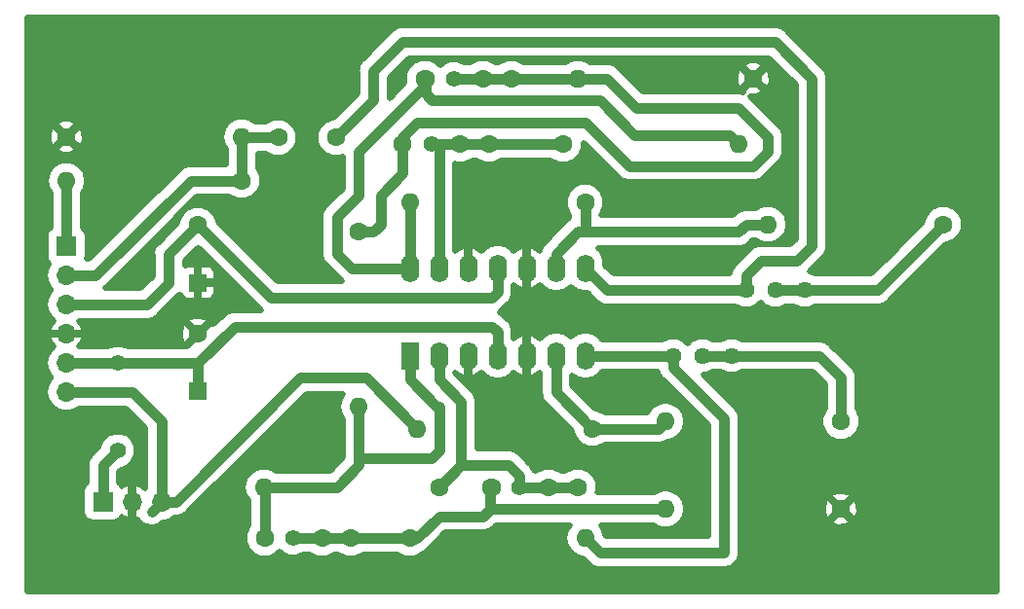
<source format=gbr>
G04 #@! TF.GenerationSoftware,KiCad,Pcbnew,(5.0.1)-4*
G04 #@! TF.CreationDate,2023-11-21T15:21:17+01:00*
G04 #@! TF.ProjectId,AetS_Spectrum_1way,416574535F537065637472756D5F3177,rev?*
G04 #@! TF.SameCoordinates,Original*
G04 #@! TF.FileFunction,Copper,L2,Bot,Signal*
G04 #@! TF.FilePolarity,Positive*
%FSLAX46Y46*%
G04 Gerber Fmt 4.6, Leading zero omitted, Abs format (unit mm)*
G04 Created by KiCad (PCBNEW (5.0.1)-4) date 21/11/2023 15:21:17*
%MOMM*%
%LPD*%
G01*
G04 APERTURE LIST*
G04 #@! TA.AperFunction,ComponentPad*
%ADD10R,1.700000X1.700000*%
G04 #@! TD*
G04 #@! TA.AperFunction,ComponentPad*
%ADD11O,1.700000X1.700000*%
G04 #@! TD*
G04 #@! TA.AperFunction,ComponentPad*
%ADD12C,1.400000*%
G04 #@! TD*
G04 #@! TA.AperFunction,ComponentPad*
%ADD13C,1.600000*%
G04 #@! TD*
G04 #@! TA.AperFunction,ComponentPad*
%ADD14R,1.600000X1.600000*%
G04 #@! TD*
G04 #@! TA.AperFunction,ComponentPad*
%ADD15O,1.600000X1.600000*%
G04 #@! TD*
G04 #@! TA.AperFunction,ComponentPad*
%ADD16C,1.440000*%
G04 #@! TD*
G04 #@! TA.AperFunction,ComponentPad*
%ADD17R,1.600000X2.400000*%
G04 #@! TD*
G04 #@! TA.AperFunction,ComponentPad*
%ADD18O,1.600000X2.400000*%
G04 #@! TD*
G04 #@! TA.AperFunction,ViaPad*
%ADD19C,1.400000*%
G04 #@! TD*
G04 #@! TA.AperFunction,Conductor*
%ADD20C,0.900000*%
G04 #@! TD*
G04 #@! TA.AperFunction,Conductor*
%ADD21C,0.508000*%
G04 #@! TD*
G04 APERTURE END LIST*
D10*
G04 #@! TO.P,J1,1*
G04 #@! TO.N,VCC+*
X165100000Y-73660000D03*
D11*
G04 #@! TO.P,J1,2*
G04 #@! TO.N,GND*
X167640000Y-73660000D03*
G04 #@! TO.P,J1,3*
G04 #@! TO.N,Vin_micro*
X170180000Y-73660000D03*
G04 #@! TD*
D12*
G04 #@! TO.P,C1,2*
G04 #@! TO.N,Net-(C1-Pad2)*
X181610000Y-76835000D03*
G04 #@! TO.P,C1,1*
G04 #@! TO.N,Net-(C1-Pad1)*
X179110000Y-76835000D03*
G04 #@! TD*
D13*
G04 #@! TO.P,C2,1*
G04 #@! TO.N,Net-(C1-Pad2)*
X184150000Y-76835000D03*
G04 #@! TO.P,C2,2*
G04 #@! TO.N,Net-(C1-Pad1)*
X179150000Y-76835000D03*
G04 #@! TD*
G04 #@! TO.P,C3,2*
G04 #@! TO.N,GND*
X173355000Y-59055000D03*
D14*
G04 #@! TO.P,C3,1*
G04 #@! TO.N,VCC+*
X173355000Y-64055000D03*
G04 #@! TD*
D12*
G04 #@! TO.P,C4,1*
G04 #@! TO.N,Net-(C13-Pad1)*
X201255000Y-72390000D03*
G04 #@! TO.P,C4,2*
G04 #@! TO.N,Net-(C1-Pad2)*
X198755000Y-72390000D03*
G04 #@! TD*
D13*
G04 #@! TO.P,C5,2*
G04 #@! TO.N,Net-(C1-Pad2)*
X198835000Y-72390000D03*
G04 #@! TO.P,C5,1*
G04 #@! TO.N,Net-(C13-Pad1)*
X203835000Y-72390000D03*
G04 #@! TD*
D14*
G04 #@! TO.P,C6,1*
G04 #@! TO.N,GND*
X173355000Y-54610000D03*
D13*
G04 #@! TO.P,C6,2*
G04 #@! TO.N,VCC-*
X173355000Y-49610000D03*
G04 #@! TD*
D12*
G04 #@! TO.P,C7,2*
G04 #@! TO.N,Net-(C10-Pad2)*
X195580000Y-36830000D03*
G04 #@! TO.P,C7,1*
G04 #@! TO.N,Out_Filtre*
X193080000Y-36830000D03*
G04 #@! TD*
D13*
G04 #@! TO.P,C8,1*
G04 #@! TO.N,Net-(C10-Pad2)*
X198120000Y-36830000D03*
G04 #@! TO.P,C8,2*
G04 #@! TO.N,Out_Filtre*
X193120000Y-36830000D03*
G04 #@! TD*
D12*
G04 #@! TO.P,C9,1*
G04 #@! TO.N,Net-(C10-Pad1)*
X193635000Y-42545000D03*
G04 #@! TO.P,C9,2*
G04 #@! TO.N,Net-(C10-Pad2)*
X191135000Y-42545000D03*
G04 #@! TD*
D13*
G04 #@! TO.P,C10,2*
G04 #@! TO.N,Net-(C10-Pad2)*
X191135000Y-42545000D03*
G04 #@! TO.P,C10,1*
G04 #@! TO.N,Net-(C10-Pad1)*
X196135000Y-42545000D03*
G04 #@! TD*
G04 #@! TO.P,C11,1*
G04 #@! TO.N,In_Nuc_B1*
X180340000Y-41990000D03*
G04 #@! TO.P,C11,2*
G04 #@! TO.N,Out_B1*
X185340000Y-41990000D03*
G04 #@! TD*
G04 #@! TO.P,C12,2*
G04 #@! TO.N,Net-(C1-Pad1)*
X179150000Y-76835000D03*
G04 #@! TO.P,C12,1*
G04 #@! TO.N,Net-(C1-Pad2)*
X186650000Y-76835000D03*
G04 #@! TD*
G04 #@! TO.P,C13,1*
G04 #@! TO.N,Net-(C13-Pad1)*
X206375000Y-72390000D03*
G04 #@! TO.P,C13,2*
G04 #@! TO.N,Net-(C1-Pad2)*
X198875000Y-72390000D03*
G04 #@! TD*
G04 #@! TO.P,C14,2*
G04 #@! TO.N,Out_Filtre*
X193080000Y-36830000D03*
G04 #@! TO.P,C14,1*
G04 #@! TO.N,Net-(C10-Pad2)*
X200580000Y-36830000D03*
G04 #@! TD*
G04 #@! TO.P,C15,1*
G04 #@! TO.N,Net-(C10-Pad1)*
X198635000Y-42545000D03*
G04 #@! TO.P,C15,2*
G04 #@! TO.N,Net-(C10-Pad2)*
X191135000Y-42545000D03*
G04 #@! TD*
D10*
G04 #@! TO.P,J2,1*
G04 #@! TO.N,3.3V*
X161925000Y-51435000D03*
D11*
G04 #@! TO.P,J2,2*
G04 #@! TO.N,In_Nuc_B1*
X161925000Y-53975000D03*
G04 #@! TO.P,J2,3*
G04 #@! TO.N,VCC-*
X161925000Y-56515000D03*
G04 #@! TO.P,J2,4*
G04 #@! TO.N,GND*
X161925000Y-59055000D03*
G04 #@! TO.P,J2,5*
G04 #@! TO.N,VCC+*
X161925000Y-61595000D03*
G04 #@! TO.P,J2,6*
G04 #@! TO.N,Vin_micro*
X161925000Y-64135000D03*
G04 #@! TD*
D13*
G04 #@! TO.P,R1,1*
G04 #@! TO.N,Net-(C1-Pad2)*
X191770000Y-76835000D03*
D15*
G04 #@! TO.P,R1,2*
G04 #@! TO.N,Vout_micro*
X207010000Y-76835000D03*
G04 #@! TD*
D13*
G04 #@! TO.P,R2,1*
G04 #@! TO.N,GND*
X229235000Y-74295000D03*
D15*
G04 #@! TO.P,R2,2*
G04 #@! TO.N,Net-(C1-Pad2)*
X213995000Y-74295000D03*
G04 #@! TD*
D13*
G04 #@! TO.P,R3,1*
G04 #@! TO.N,Net-(R3-Pad1)*
X207645000Y-67310000D03*
D15*
G04 #@! TO.P,R3,2*
G04 #@! TO.N,Vin_micro*
X192405000Y-67310000D03*
G04 #@! TD*
G04 #@! TO.P,R4,2*
G04 #@! TO.N,Net-(C1-Pad1)*
X179070000Y-72390000D03*
D13*
G04 #@! TO.P,R4,1*
G04 #@! TO.N,Net-(C13-Pad1)*
X194310000Y-72390000D03*
G04 #@! TD*
D15*
G04 #@! TO.P,R5,2*
G04 #@! TO.N,Net-(R3-Pad1)*
X213995000Y-66675000D03*
D13*
G04 #@! TO.P,R5,1*
G04 #@! TO.N,Net-(R5-Pad1)*
X229235000Y-66675000D03*
G04 #@! TD*
D15*
G04 #@! TO.P,R6,2*
G04 #@! TO.N,Net-(C1-Pad1)*
X187325000Y-65405000D03*
D13*
G04 #@! TO.P,R6,1*
G04 #@! TO.N,Net-(C10-Pad2)*
X187325000Y-50165000D03*
G04 #@! TD*
D15*
G04 #@! TO.P,R7,2*
G04 #@! TO.N,Net-(C10-Pad2)*
X206375000Y-36830000D03*
D13*
G04 #@! TO.P,R7,1*
G04 #@! TO.N,GND*
X221615000Y-36830000D03*
G04 #@! TD*
G04 #@! TO.P,R8,1*
G04 #@! TO.N,Net-(C10-Pad1)*
X205105000Y-42545000D03*
D15*
G04 #@! TO.P,R8,2*
G04 #@! TO.N,Out_Filtre*
X220345000Y-42545000D03*
G04 #@! TD*
D13*
G04 #@! TO.P,R9,1*
G04 #@! TO.N,Net-(R10-Pad2)*
X207010000Y-47625000D03*
D15*
G04 #@! TO.P,R9,2*
G04 #@! TO.N,Out_Filtre*
X191770000Y-47625000D03*
G04 #@! TD*
G04 #@! TO.P,R10,2*
G04 #@! TO.N,Net-(R10-Pad2)*
X222885000Y-49530000D03*
D13*
G04 #@! TO.P,R10,1*
G04 #@! TO.N,Net-(R10-Pad1)*
X238125000Y-49530000D03*
G04 #@! TD*
D15*
G04 #@! TO.P,R11,2*
G04 #@! TO.N,3.3V*
X161925000Y-45720000D03*
D13*
G04 #@! TO.P,R11,1*
G04 #@! TO.N,In_Nuc_B1*
X177165000Y-45720000D03*
G04 #@! TD*
G04 #@! TO.P,R12,1*
G04 #@! TO.N,GND*
X161925000Y-41910000D03*
D15*
G04 #@! TO.P,R12,2*
G04 #@! TO.N,In_Nuc_B1*
X177165000Y-41910000D03*
G04 #@! TD*
D16*
G04 #@! TO.P,RV1,1*
G04 #@! TO.N,Net-(R5-Pad1)*
X219710000Y-60960000D03*
G04 #@! TO.P,RV1,2*
X217170000Y-60960000D03*
G04 #@! TO.P,RV1,3*
G04 #@! TO.N,Vout_micro*
X214630000Y-60960000D03*
G04 #@! TD*
G04 #@! TO.P,RV2,3*
G04 #@! TO.N,Out_B1*
X220980000Y-55245000D03*
G04 #@! TO.P,RV2,2*
G04 #@! TO.N,Net-(R10-Pad1)*
X223520000Y-55245000D03*
G04 #@! TO.P,RV2,1*
X226060000Y-55245000D03*
G04 #@! TD*
D17*
G04 #@! TO.P,U1,1*
G04 #@! TO.N,Net-(C1-Pad1)*
X191770000Y-60960000D03*
D18*
G04 #@! TO.P,U1,8*
G04 #@! TO.N,Out_B1*
X207010000Y-53340000D03*
G04 #@! TO.P,U1,2*
G04 #@! TO.N,Net-(C13-Pad1)*
X194310000Y-60960000D03*
G04 #@! TO.P,U1,9*
G04 #@! TO.N,Net-(R10-Pad2)*
X204470000Y-53340000D03*
G04 #@! TO.P,U1,3*
G04 #@! TO.N,GND*
X196850000Y-60960000D03*
G04 #@! TO.P,U1,10*
X201930000Y-53340000D03*
G04 #@! TO.P,U1,4*
G04 #@! TO.N,VCC+*
X199390000Y-60960000D03*
G04 #@! TO.P,U1,11*
G04 #@! TO.N,VCC-*
X199390000Y-53340000D03*
G04 #@! TO.P,U1,5*
G04 #@! TO.N,GND*
X201930000Y-60960000D03*
G04 #@! TO.P,U1,12*
X196850000Y-53340000D03*
G04 #@! TO.P,U1,6*
G04 #@! TO.N,Net-(R3-Pad1)*
X204470000Y-60960000D03*
G04 #@! TO.P,U1,13*
G04 #@! TO.N,Net-(C10-Pad1)*
X194310000Y-53340000D03*
G04 #@! TO.P,U1,7*
G04 #@! TO.N,Vout_micro*
X207010000Y-60960000D03*
G04 #@! TO.P,U1,14*
G04 #@! TO.N,Out_Filtre*
X191770000Y-53340000D03*
G04 #@! TD*
D19*
G04 #@! TO.N,VCC+*
X166370000Y-61595000D03*
X166370000Y-69215000D03*
G04 #@! TD*
D20*
G04 #@! TO.N,Net-(C1-Pad2)*
X198755000Y-74295000D02*
X198755000Y-72390000D01*
X213995000Y-74295000D02*
X198755000Y-74295000D01*
X191770000Y-76835000D02*
X186650000Y-76835000D01*
X181610000Y-76835000D02*
X184150000Y-76835000D01*
X186650000Y-76835000D02*
X184150000Y-76835000D01*
X198120000Y-74930000D02*
X198755000Y-74295000D01*
X194310000Y-74930000D02*
X198120000Y-74930000D01*
X191770000Y-76835000D02*
X192405000Y-76835000D01*
X192405000Y-76835000D02*
X194310000Y-74930000D01*
G04 #@! TO.N,Net-(C1-Pad1)*
X179150000Y-72470000D02*
X179070000Y-72390000D01*
X179150000Y-76835000D02*
X179150000Y-72470000D01*
X187325000Y-65405000D02*
X187325000Y-67945000D01*
X185420000Y-72390000D02*
X179070000Y-72390000D01*
X187325000Y-67945000D02*
X187325000Y-70485000D01*
X187325000Y-70485000D02*
X185420000Y-72390000D01*
X191770000Y-63060000D02*
X191770000Y-60960000D01*
X187325000Y-69850000D02*
X193675000Y-69850000D01*
X193675000Y-69850000D02*
X194310000Y-69215000D01*
X194310000Y-69215000D02*
X194310000Y-65405000D01*
X187325000Y-67945000D02*
X187325000Y-69850000D01*
X194310000Y-65405000D02*
X194115000Y-65405000D01*
X194115000Y-65405000D02*
X191770000Y-63060000D01*
G04 #@! TO.N,VCC+*
X173275000Y-64135000D02*
X173355000Y-64055000D01*
X173355000Y-61595000D02*
X173355000Y-64055000D01*
X199390000Y-58860000D02*
X199390000Y-60960000D01*
X198950000Y-58420000D02*
X199390000Y-58860000D01*
X173355000Y-61595000D02*
X176530000Y-58420000D01*
X176530000Y-58420000D02*
X198950000Y-58420000D01*
X166370000Y-61595000D02*
X173355000Y-61595000D01*
X161925000Y-61595000D02*
X166370000Y-61595000D01*
X165100000Y-70485000D02*
X165100000Y-73660000D01*
X166370000Y-69215000D02*
X165100000Y-70485000D01*
G04 #@! TO.N,Net-(C13-Pad1)*
X201255000Y-72390000D02*
X203835000Y-72390000D01*
X203835000Y-72390000D02*
X206375000Y-72390000D01*
X201255000Y-71400051D02*
X200339949Y-70485000D01*
X201255000Y-72390000D02*
X201255000Y-71400051D01*
X200339949Y-70485000D02*
X196215000Y-70485000D01*
X196215000Y-70485000D02*
X194310000Y-72390000D01*
X196215000Y-64965000D02*
X196215000Y-70485000D01*
X194310000Y-63060000D02*
X196215000Y-64965000D01*
X194310000Y-60960000D02*
X194310000Y-63060000D01*
G04 #@! TO.N,VCC-*
X170815000Y-52150000D02*
X173355000Y-49610000D01*
X199390000Y-55440000D02*
X199390000Y-53340000D01*
X198950000Y-55880000D02*
X199390000Y-55440000D01*
X179705000Y-55880000D02*
X198950000Y-55880000D01*
X174234999Y-50409999D02*
X179705000Y-55880000D01*
X174154999Y-50409999D02*
X174234999Y-50409999D01*
X173355000Y-49610000D02*
X174154999Y-50409999D01*
X168910000Y-56515000D02*
X170815000Y-54610000D01*
X161925000Y-56515000D02*
X168910000Y-56515000D01*
X170815000Y-54610000D02*
X170815000Y-52150000D01*
G04 #@! TO.N,Net-(C10-Pad2)*
X200660000Y-36750000D02*
X200580000Y-36830000D01*
X195580000Y-36830000D02*
X198120000Y-36830000D01*
X200580000Y-36830000D02*
X198120000Y-36830000D01*
X200580000Y-36830000D02*
X206375000Y-36830000D01*
X220345000Y-39370000D02*
X211455000Y-39370000D01*
X211455000Y-39370000D02*
X208915000Y-36830000D01*
X222885000Y-41910000D02*
X220345000Y-39370000D01*
X222885000Y-43180000D02*
X222885000Y-41910000D01*
X191135000Y-41910000D02*
X192405000Y-40640000D01*
X191135000Y-42545000D02*
X191135000Y-41910000D01*
X192405000Y-40640000D02*
X207010000Y-40640000D01*
X207010000Y-40640000D02*
X210820000Y-44450000D01*
X208915000Y-36830000D02*
X206375000Y-36830000D01*
X210820000Y-44450000D02*
X221615000Y-44450000D01*
X221615000Y-44450000D02*
X222885000Y-43180000D01*
X191135000Y-45085000D02*
X191135000Y-42545000D01*
X189230000Y-46990000D02*
X191135000Y-45085000D01*
X189230000Y-49530000D02*
X189230000Y-46990000D01*
X187325000Y-50165000D02*
X188595000Y-50165000D01*
X188595000Y-50165000D02*
X189230000Y-49530000D01*
G04 #@! TO.N,Net-(C10-Pad1)*
X193635000Y-42545000D02*
X196135000Y-42545000D01*
X196135000Y-42545000D02*
X198635000Y-42545000D01*
X198635000Y-42545000D02*
X205105000Y-42545000D01*
X194310000Y-42545000D02*
X196135000Y-42545000D01*
X194310000Y-53340000D02*
X194310000Y-42545000D01*
G04 #@! TO.N,In_Nuc_B1*
X177165000Y-41910000D02*
X177165000Y-45720000D01*
X177245000Y-41990000D02*
X177165000Y-41910000D01*
X180340000Y-41990000D02*
X177245000Y-41990000D01*
X172720000Y-45720000D02*
X177165000Y-45720000D01*
X161925000Y-53975000D02*
X164465000Y-53975000D01*
X164465000Y-53975000D02*
X172720000Y-45720000D01*
G04 #@! TO.N,Out_B1*
X208915000Y-55245000D02*
X220980000Y-55245000D01*
X207010000Y-53340000D02*
X208915000Y-55245000D01*
X188595000Y-38735000D02*
X185340000Y-41990000D01*
X188595000Y-36195000D02*
X188595000Y-38735000D01*
X191135000Y-33655000D02*
X188595000Y-36195000D01*
X223520000Y-33655000D02*
X191135000Y-33655000D01*
X220980000Y-53975000D02*
X222250000Y-52705000D01*
X220980000Y-55245000D02*
X220980000Y-53975000D01*
X222250000Y-52705000D02*
X225425000Y-52705000D01*
X225425000Y-52705000D02*
X226695000Y-51435000D01*
X226695000Y-51435000D02*
X226695000Y-36830000D01*
X226695000Y-36830000D02*
X223520000Y-33655000D01*
G04 #@! TO.N,3.3V*
X161925000Y-51435000D02*
X161925000Y-49685000D01*
G04 #@! TO.N,Vin_micro*
X170180000Y-73660000D02*
X171450000Y-73660000D01*
X182245000Y-62865000D02*
X187960000Y-62865000D01*
X171450000Y-73660000D02*
X182245000Y-62865000D01*
X192405000Y-67310000D02*
X187960000Y-62865000D01*
X170180000Y-73660000D02*
X169330001Y-74509999D01*
X170180000Y-66675000D02*
X170180000Y-73660000D01*
X161925000Y-64135000D02*
X167640000Y-64135000D01*
X167640000Y-64135000D02*
X170180000Y-66675000D01*
G04 #@! TO.N,3.3V*
X161925000Y-49685000D02*
X161925000Y-45720000D01*
G04 #@! TO.N,Vout_micro*
X207010000Y-60960000D02*
X214630000Y-60960000D01*
X208280000Y-78105000D02*
X207010000Y-76835000D01*
X219075000Y-78105000D02*
X208280000Y-78105000D01*
X219075000Y-66423233D02*
X219075000Y-78105000D01*
X214630000Y-60960000D02*
X214630000Y-61978233D01*
X214630000Y-61978233D02*
X219075000Y-66423233D01*
G04 #@! TO.N,Net-(R3-Pad1)*
X204470000Y-64135000D02*
X207645000Y-67310000D01*
X204470000Y-60960000D02*
X204470000Y-64135000D01*
X213360000Y-67310000D02*
X213995000Y-66675000D01*
X207645000Y-67310000D02*
X213360000Y-67310000D01*
G04 #@! TO.N,Net-(R5-Pad1)*
X217170000Y-60960000D02*
X219710000Y-60960000D01*
X219710000Y-60960000D02*
X227330000Y-60960000D01*
X229235000Y-62865000D02*
X229235000Y-66675000D01*
X227330000Y-60960000D02*
X229235000Y-62865000D01*
G04 #@! TO.N,Net-(R10-Pad2)*
X207010000Y-47625000D02*
X207010000Y-50165000D01*
X220980000Y-49530000D02*
X222885000Y-49530000D01*
X220345000Y-50165000D02*
X220980000Y-49530000D01*
X207010000Y-50165000D02*
X220345000Y-50165000D01*
X206375000Y-50165000D02*
X207010000Y-50165000D01*
X204470000Y-53340000D02*
X204470000Y-52070000D01*
X204470000Y-52070000D02*
X206375000Y-50165000D01*
G04 #@! TO.N,Out_Filtre*
X191770000Y-53340000D02*
X191770000Y-50800000D01*
X191770000Y-50800000D02*
X191770000Y-47625000D01*
X193120000Y-38180000D02*
X193120000Y-36830000D01*
X193675000Y-38735000D02*
X193120000Y-38180000D01*
X208280000Y-38735000D02*
X193675000Y-38735000D01*
X211290001Y-41745001D02*
X208280000Y-38735000D01*
X220345000Y-42545000D02*
X219545001Y-41745001D01*
X219545001Y-41745001D02*
X211290001Y-41745001D01*
X186690000Y-53340000D02*
X191770000Y-53340000D01*
X193120000Y-37385000D02*
X187325000Y-43180000D01*
X193120000Y-36830000D02*
X193120000Y-37385000D01*
X187325000Y-43180000D02*
X187325000Y-46990000D01*
X187325000Y-46990000D02*
X185420000Y-48895000D01*
X185420000Y-48895000D02*
X185420000Y-52070000D01*
X185420000Y-52070000D02*
X186690000Y-53340000D01*
G04 #@! TO.N,Net-(R10-Pad1)*
X238125000Y-49530000D02*
X234315000Y-53340000D01*
X223520000Y-55245000D02*
X226060000Y-55245000D01*
X232410000Y-55245000D02*
X234315000Y-53340000D01*
X226060000Y-55245000D02*
X232410000Y-55245000D01*
G04 #@! TD*
D21*
G04 #@! TO.N,GND*
G36*
X242786001Y-81496000D02*
X158534000Y-81496000D01*
X158534000Y-72810000D01*
X163277311Y-72810000D01*
X163277311Y-74510000D01*
X163351353Y-74882232D01*
X163562205Y-75197795D01*
X163877768Y-75408647D01*
X164250000Y-75482689D01*
X165950000Y-75482689D01*
X166322232Y-75408647D01*
X166637795Y-75197795D01*
X166763260Y-75010023D01*
X166771833Y-75018254D01*
X167293457Y-75234310D01*
X167544000Y-75078255D01*
X167544000Y-73756000D01*
X167524000Y-73756000D01*
X167524000Y-73564000D01*
X167544000Y-73564000D01*
X167544000Y-72241745D01*
X167293457Y-72085690D01*
X166771833Y-72301746D01*
X166763260Y-72309977D01*
X166637795Y-72122205D01*
X166504000Y-72032806D01*
X166504000Y-71066555D01*
X166703362Y-70867194D01*
X167306916Y-70617194D01*
X167772194Y-70151916D01*
X168024000Y-69544001D01*
X168024000Y-68885999D01*
X167772194Y-68278084D01*
X167306916Y-67812806D01*
X166699001Y-67561000D01*
X166040999Y-67561000D01*
X165433084Y-67812806D01*
X164967806Y-68278084D01*
X164717806Y-68881638D01*
X164204999Y-69394446D01*
X164087773Y-69472774D01*
X163777462Y-69937188D01*
X163696000Y-70346723D01*
X163668495Y-70485000D01*
X163696000Y-70623276D01*
X163696000Y-72032806D01*
X163562205Y-72122205D01*
X163351353Y-72437768D01*
X163277311Y-72810000D01*
X158534000Y-72810000D01*
X158534000Y-53975000D01*
X160085658Y-53975000D01*
X160225670Y-54678886D01*
X160603935Y-55245000D01*
X160225670Y-55811114D01*
X160085658Y-56515000D01*
X160225670Y-57218886D01*
X160624389Y-57815611D01*
X160806406Y-57937231D01*
X160566746Y-58186833D01*
X160350690Y-58708457D01*
X160506745Y-58959000D01*
X161829000Y-58959000D01*
X161829000Y-58939000D01*
X162021000Y-58939000D01*
X162021000Y-58959000D01*
X163343255Y-58959000D01*
X163456467Y-58777239D01*
X171786808Y-58777239D01*
X171799885Y-59398503D01*
X172012474Y-59911739D01*
X172298009Y-59976226D01*
X173219235Y-59055000D01*
X172298009Y-58133774D01*
X172012474Y-58198261D01*
X171786808Y-58777239D01*
X163456467Y-58777239D01*
X163499310Y-58708457D01*
X163283254Y-58186833D01*
X163101952Y-57998009D01*
X172433774Y-57998009D01*
X173355000Y-58919235D01*
X174276226Y-57998009D01*
X174211739Y-57712474D01*
X173632761Y-57486808D01*
X173011497Y-57499885D01*
X172498261Y-57712474D01*
X172433774Y-57998009D01*
X163101952Y-57998009D01*
X163043594Y-57937231D01*
X163070878Y-57919000D01*
X168771725Y-57919000D01*
X168910000Y-57946505D01*
X169048275Y-57919000D01*
X169048277Y-57919000D01*
X169457813Y-57837538D01*
X169922227Y-57527227D01*
X170000556Y-57409999D01*
X171710003Y-55700553D01*
X171820098Y-55626990D01*
X171909008Y-55841638D01*
X172123362Y-56055992D01*
X172403429Y-56172000D01*
X173068500Y-56172000D01*
X173259000Y-55981500D01*
X173259000Y-54706000D01*
X173451000Y-54706000D01*
X173451000Y-55981500D01*
X173641500Y-56172000D01*
X174306571Y-56172000D01*
X174586638Y-56055992D01*
X174800992Y-55841638D01*
X174917000Y-55561571D01*
X174917000Y-54896500D01*
X174726500Y-54706000D01*
X173451000Y-54706000D01*
X173259000Y-54706000D01*
X173239000Y-54706000D01*
X173239000Y-54514000D01*
X173259000Y-54514000D01*
X173259000Y-53238500D01*
X173451000Y-53238500D01*
X173451000Y-54514000D01*
X174726500Y-54514000D01*
X174917000Y-54323500D01*
X174917000Y-53658429D01*
X174800992Y-53378362D01*
X174586638Y-53164008D01*
X174306571Y-53048000D01*
X173641500Y-53048000D01*
X173451000Y-53238500D01*
X173259000Y-53238500D01*
X173068500Y-53048000D01*
X172403429Y-53048000D01*
X172219000Y-53124393D01*
X172219000Y-52731555D01*
X173373897Y-51576659D01*
X173501093Y-51661648D01*
X178614446Y-56775002D01*
X178692773Y-56892227D01*
X178859496Y-57003628D01*
X178878013Y-57016000D01*
X176668275Y-57016000D01*
X176529999Y-56988495D01*
X176391724Y-57016000D01*
X176391723Y-57016000D01*
X175982187Y-57097462D01*
X175517773Y-57407773D01*
X175439446Y-57524999D01*
X174717635Y-58246809D01*
X174697526Y-58198261D01*
X174411991Y-58133774D01*
X173490765Y-59055000D01*
X173504907Y-59069142D01*
X173369142Y-59204907D01*
X173355000Y-59190765D01*
X172433774Y-60111991D01*
X172451618Y-60191000D01*
X167302556Y-60191000D01*
X166699001Y-59941000D01*
X166040999Y-59941000D01*
X165437444Y-60191000D01*
X163070878Y-60191000D01*
X163043594Y-60172769D01*
X163283254Y-59923167D01*
X163499310Y-59401543D01*
X163343255Y-59151000D01*
X162021000Y-59151000D01*
X162021000Y-59171000D01*
X161829000Y-59171000D01*
X161829000Y-59151000D01*
X160506745Y-59151000D01*
X160350690Y-59401543D01*
X160566746Y-59923167D01*
X160806406Y-60172769D01*
X160624389Y-60294389D01*
X160225670Y-60891114D01*
X160085658Y-61595000D01*
X160225670Y-62298886D01*
X160603935Y-62865000D01*
X160225670Y-63431114D01*
X160085658Y-64135000D01*
X160225670Y-64838886D01*
X160624389Y-65435611D01*
X161221114Y-65834330D01*
X161747324Y-65939000D01*
X162102676Y-65939000D01*
X162628886Y-65834330D01*
X163070878Y-65539000D01*
X167058445Y-65539000D01*
X168776000Y-67256556D01*
X168776001Y-72514120D01*
X168757769Y-72541406D01*
X168508167Y-72301746D01*
X167986543Y-72085690D01*
X167736000Y-72241745D01*
X167736000Y-73564000D01*
X167756000Y-73564000D01*
X167756000Y-73756000D01*
X167736000Y-73756000D01*
X167736000Y-75078255D01*
X167986543Y-75234310D01*
X168095297Y-75189264D01*
X168317775Y-75522225D01*
X168782188Y-75832536D01*
X169330001Y-75941504D01*
X169877814Y-75832536D01*
X170225002Y-75600553D01*
X170362518Y-75463037D01*
X170883886Y-75359330D01*
X171322632Y-75066170D01*
X171450000Y-75091505D01*
X171588275Y-75064000D01*
X171588277Y-75064000D01*
X171997813Y-74982538D01*
X172462227Y-74672227D01*
X172540556Y-74554999D01*
X182826556Y-64269000D01*
X185974534Y-64269000D01*
X185672769Y-64720623D01*
X185536638Y-65405000D01*
X185672769Y-66089377D01*
X185921000Y-66460881D01*
X185921001Y-67806719D01*
X185921000Y-67806724D01*
X185921001Y-69711720D01*
X185893495Y-69850000D01*
X185906925Y-69917519D01*
X184838445Y-70986000D01*
X180125881Y-70986000D01*
X179754377Y-70737769D01*
X179242750Y-70636000D01*
X178897250Y-70636000D01*
X178385623Y-70737769D01*
X177805437Y-71125437D01*
X177417769Y-71705623D01*
X177281638Y-72390000D01*
X177417769Y-73074377D01*
X177746001Y-73565610D01*
X177746000Y-75758470D01*
X177663031Y-75841439D01*
X177396000Y-76486108D01*
X177396000Y-77183892D01*
X177663031Y-77828561D01*
X178156439Y-78321969D01*
X178801108Y-78589000D01*
X179498892Y-78589000D01*
X180143561Y-78321969D01*
X180450710Y-78014820D01*
X180673084Y-78237194D01*
X181280999Y-78489000D01*
X181939001Y-78489000D01*
X182542556Y-78239000D01*
X183073470Y-78239000D01*
X183156439Y-78321969D01*
X183801108Y-78589000D01*
X184498892Y-78589000D01*
X185143561Y-78321969D01*
X185226530Y-78239000D01*
X185573470Y-78239000D01*
X185656439Y-78321969D01*
X186301108Y-78589000D01*
X186998892Y-78589000D01*
X187643561Y-78321969D01*
X187726530Y-78239000D01*
X190693470Y-78239000D01*
X190776439Y-78321969D01*
X191421108Y-78589000D01*
X192118892Y-78589000D01*
X192763561Y-78321969D01*
X192921829Y-78163701D01*
X192952813Y-78157538D01*
X193417227Y-77847227D01*
X193495556Y-77729999D01*
X194891556Y-76334000D01*
X197981725Y-76334000D01*
X198120000Y-76361505D01*
X198258275Y-76334000D01*
X198258277Y-76334000D01*
X198667813Y-76252538D01*
X199132227Y-75942227D01*
X199210556Y-75824999D01*
X199336555Y-75699000D01*
X205659534Y-75699000D01*
X205357769Y-76150623D01*
X205221638Y-76835000D01*
X205357769Y-77519377D01*
X205745437Y-78099563D01*
X206325623Y-78487231D01*
X206763843Y-78574398D01*
X207189445Y-79000001D01*
X207267773Y-79117227D01*
X207732187Y-79427538D01*
X208141723Y-79509000D01*
X208141727Y-79509000D01*
X208279999Y-79536504D01*
X208418271Y-79509000D01*
X218936724Y-79509000D01*
X219075000Y-79536505D01*
X219622813Y-79427538D01*
X220087227Y-79117227D01*
X220397538Y-78652813D01*
X220479000Y-78243277D01*
X220506505Y-78105000D01*
X220479000Y-77966723D01*
X220479000Y-75351991D01*
X228313774Y-75351991D01*
X228378261Y-75637526D01*
X228957239Y-75863192D01*
X229578503Y-75850115D01*
X230091739Y-75637526D01*
X230156226Y-75351991D01*
X229235000Y-74430765D01*
X228313774Y-75351991D01*
X220479000Y-75351991D01*
X220479000Y-74017239D01*
X227666808Y-74017239D01*
X227679885Y-74638503D01*
X227892474Y-75151739D01*
X228178009Y-75216226D01*
X229099235Y-74295000D01*
X229370765Y-74295000D01*
X230291991Y-75216226D01*
X230577526Y-75151739D01*
X230803192Y-74572761D01*
X230790115Y-73951497D01*
X230577526Y-73438261D01*
X230291991Y-73373774D01*
X229370765Y-74295000D01*
X229099235Y-74295000D01*
X228178009Y-73373774D01*
X227892474Y-73438261D01*
X227666808Y-74017239D01*
X220479000Y-74017239D01*
X220479000Y-73238009D01*
X228313774Y-73238009D01*
X229235000Y-74159235D01*
X230156226Y-73238009D01*
X230091739Y-72952474D01*
X229512761Y-72726808D01*
X228891497Y-72739885D01*
X228378261Y-72952474D01*
X228313774Y-73238009D01*
X220479000Y-73238009D01*
X220479000Y-66561504D01*
X220506504Y-66423232D01*
X220479000Y-66284960D01*
X220479000Y-66284956D01*
X220397538Y-65875420D01*
X220267924Y-65681439D01*
X220165554Y-65528231D01*
X220165552Y-65528229D01*
X220087226Y-65411006D01*
X219970004Y-65332681D01*
X217271322Y-62634000D01*
X217502979Y-62634000D01*
X218118245Y-62379149D01*
X218133394Y-62364000D01*
X218746606Y-62364000D01*
X218761755Y-62379149D01*
X219377021Y-62634000D01*
X220042979Y-62634000D01*
X220658245Y-62379149D01*
X220673394Y-62364000D01*
X226748445Y-62364000D01*
X227831000Y-63446556D01*
X227831001Y-65598469D01*
X227748031Y-65681439D01*
X227481000Y-66326108D01*
X227481000Y-67023892D01*
X227748031Y-67668561D01*
X228241439Y-68161969D01*
X228886108Y-68429000D01*
X229583892Y-68429000D01*
X230228561Y-68161969D01*
X230721969Y-67668561D01*
X230989000Y-67023892D01*
X230989000Y-66326108D01*
X230721969Y-65681439D01*
X230639000Y-65598470D01*
X230639000Y-63003275D01*
X230666505Y-62865000D01*
X230639000Y-62726723D01*
X230557538Y-62317187D01*
X230327043Y-61972227D01*
X230325554Y-61969998D01*
X230325552Y-61969996D01*
X230247226Y-61852773D01*
X230130003Y-61774447D01*
X228420556Y-60065001D01*
X228342227Y-59947773D01*
X227877813Y-59637462D01*
X227468277Y-59556000D01*
X227468275Y-59556000D01*
X227330000Y-59528495D01*
X227191725Y-59556000D01*
X220673394Y-59556000D01*
X220658245Y-59540851D01*
X220042979Y-59286000D01*
X219377021Y-59286000D01*
X218761755Y-59540851D01*
X218746606Y-59556000D01*
X218133394Y-59556000D01*
X218118245Y-59540851D01*
X217502979Y-59286000D01*
X216837021Y-59286000D01*
X216221755Y-59540851D01*
X215900000Y-59862606D01*
X215578245Y-59540851D01*
X214962979Y-59286000D01*
X214297021Y-59286000D01*
X213681755Y-59540851D01*
X213666606Y-59556000D01*
X208448666Y-59556000D01*
X208274563Y-59295437D01*
X207694376Y-58907769D01*
X207010000Y-58771638D01*
X206325623Y-58907769D01*
X205745437Y-59295437D01*
X205740000Y-59303574D01*
X205734563Y-59295437D01*
X205154376Y-58907769D01*
X204470000Y-58771638D01*
X203785623Y-58907769D01*
X203205437Y-59295437D01*
X203060980Y-59511633D01*
X202966618Y-59387617D01*
X202439059Y-59080163D01*
X202268707Y-59035165D01*
X202026000Y-59191864D01*
X202026000Y-60864000D01*
X202046000Y-60864000D01*
X202046000Y-61056000D01*
X202026000Y-61056000D01*
X202026000Y-62728136D01*
X202268707Y-62884835D01*
X202439059Y-62839837D01*
X202966618Y-62532383D01*
X203060980Y-62408367D01*
X203066000Y-62415881D01*
X203066001Y-63996720D01*
X203038495Y-64135000D01*
X203109409Y-64491505D01*
X203147463Y-64682813D01*
X203457774Y-65147227D01*
X203574999Y-65225554D01*
X205891000Y-67541556D01*
X205891000Y-67658892D01*
X206158031Y-68303561D01*
X206651439Y-68796969D01*
X207296108Y-69064000D01*
X207993892Y-69064000D01*
X208638561Y-68796969D01*
X208721530Y-68714000D01*
X213221725Y-68714000D01*
X213360000Y-68741505D01*
X213498275Y-68714000D01*
X213498277Y-68714000D01*
X213907813Y-68632538D01*
X214231368Y-68416345D01*
X214679377Y-68327231D01*
X215259563Y-67939563D01*
X215647231Y-67359377D01*
X215783362Y-66675000D01*
X215647231Y-65990623D01*
X215259563Y-65410437D01*
X214679377Y-65022769D01*
X214167750Y-64921000D01*
X213822250Y-64921000D01*
X213310623Y-65022769D01*
X212730437Y-65410437D01*
X212399312Y-65906000D01*
X208721530Y-65906000D01*
X208638561Y-65823031D01*
X207993892Y-65556000D01*
X207876556Y-65556000D01*
X205874000Y-63553445D01*
X205874000Y-62710465D01*
X206325624Y-63012231D01*
X207010000Y-63148362D01*
X207694377Y-63012231D01*
X208274563Y-62624563D01*
X208448666Y-62364000D01*
X213275229Y-62364000D01*
X213307462Y-62526046D01*
X213617774Y-62990460D01*
X213734999Y-63068787D01*
X217671000Y-67004789D01*
X217671001Y-76701000D01*
X208861556Y-76701000D01*
X208749398Y-76588843D01*
X208662231Y-76150623D01*
X208360466Y-75699000D01*
X212939119Y-75699000D01*
X213310623Y-75947231D01*
X213822250Y-76049000D01*
X214167750Y-76049000D01*
X214679377Y-75947231D01*
X215259563Y-75559563D01*
X215647231Y-74979377D01*
X215783362Y-74295000D01*
X215647231Y-73610623D01*
X215259563Y-73030437D01*
X214679377Y-72642769D01*
X214167750Y-72541000D01*
X213822250Y-72541000D01*
X213310623Y-72642769D01*
X212939119Y-72891000D01*
X208065995Y-72891000D01*
X208129000Y-72738892D01*
X208129000Y-72041108D01*
X207861969Y-71396439D01*
X207368561Y-70903031D01*
X206723892Y-70636000D01*
X206026108Y-70636000D01*
X205381439Y-70903031D01*
X205298470Y-70986000D01*
X204911530Y-70986000D01*
X204828561Y-70903031D01*
X204183892Y-70636000D01*
X203486108Y-70636000D01*
X202841439Y-70903031D01*
X202758470Y-70986000D01*
X202604145Y-70986000D01*
X202577538Y-70852238D01*
X202499870Y-70736000D01*
X202267227Y-70387824D01*
X202149999Y-70309495D01*
X201430505Y-69590001D01*
X201352176Y-69472773D01*
X200887762Y-69162462D01*
X200478226Y-69081000D01*
X200478224Y-69081000D01*
X200339949Y-69053495D01*
X200201674Y-69081000D01*
X197619000Y-69081000D01*
X197619000Y-65103275D01*
X197646505Y-64965000D01*
X197555999Y-64509998D01*
X197537538Y-64417187D01*
X197441380Y-64273277D01*
X197305554Y-64069998D01*
X197305552Y-64069996D01*
X197227226Y-63952773D01*
X197110003Y-63874447D01*
X195714000Y-62478445D01*
X195714000Y-62415881D01*
X195719020Y-62408367D01*
X195813382Y-62532383D01*
X196340941Y-62839837D01*
X196511293Y-62884835D01*
X196754000Y-62728136D01*
X196754000Y-61056000D01*
X196734000Y-61056000D01*
X196734000Y-60864000D01*
X196754000Y-60864000D01*
X196754000Y-60844000D01*
X196946000Y-60844000D01*
X196946000Y-60864000D01*
X196966000Y-60864000D01*
X196966000Y-61056000D01*
X196946000Y-61056000D01*
X196946000Y-62728136D01*
X197188707Y-62884835D01*
X197359059Y-62839837D01*
X197886618Y-62532383D01*
X197980980Y-62408367D01*
X198125438Y-62624563D01*
X198705624Y-63012231D01*
X199390000Y-63148362D01*
X200074377Y-63012231D01*
X200654563Y-62624563D01*
X200799020Y-62408367D01*
X200893382Y-62532383D01*
X201420941Y-62839837D01*
X201591293Y-62884835D01*
X201834000Y-62728136D01*
X201834000Y-61056000D01*
X201814000Y-61056000D01*
X201814000Y-60864000D01*
X201834000Y-60864000D01*
X201834000Y-59191864D01*
X201591293Y-59035165D01*
X201420941Y-59080163D01*
X200893382Y-59387617D01*
X200799020Y-59511633D01*
X200794000Y-59504119D01*
X200794000Y-58998275D01*
X200821505Y-58860000D01*
X200791361Y-58708457D01*
X200712538Y-58312187D01*
X200402226Y-57847773D01*
X200285001Y-57769446D01*
X200040556Y-57525001D01*
X199962227Y-57407773D01*
X199576442Y-57150000D01*
X199962227Y-56892227D01*
X200040556Y-56774999D01*
X200285001Y-56530554D01*
X200402226Y-56452227D01*
X200712538Y-55987813D01*
X200794000Y-55578277D01*
X200794000Y-55578275D01*
X200821505Y-55440000D01*
X200794000Y-55301725D01*
X200794000Y-54795881D01*
X200799020Y-54788367D01*
X200893382Y-54912383D01*
X201420941Y-55219837D01*
X201591293Y-55264835D01*
X201834000Y-55108136D01*
X201834000Y-53436000D01*
X201814000Y-53436000D01*
X201814000Y-53244000D01*
X201834000Y-53244000D01*
X201834000Y-51571864D01*
X201591293Y-51415165D01*
X201420941Y-51460163D01*
X200893382Y-51767617D01*
X200799020Y-51891633D01*
X200654563Y-51675437D01*
X200074376Y-51287769D01*
X199390000Y-51151638D01*
X198705623Y-51287769D01*
X198125437Y-51675437D01*
X197980980Y-51891633D01*
X197886618Y-51767617D01*
X197359059Y-51460163D01*
X197188707Y-51415165D01*
X196946000Y-51571864D01*
X196946000Y-53244000D01*
X196966000Y-53244000D01*
X196966000Y-53436000D01*
X196946000Y-53436000D01*
X196946000Y-53456000D01*
X196754000Y-53456000D01*
X196754000Y-53436000D01*
X196734000Y-53436000D01*
X196734000Y-53244000D01*
X196754000Y-53244000D01*
X196754000Y-51571864D01*
X196511293Y-51415165D01*
X196340941Y-51460163D01*
X195813382Y-51767617D01*
X195719020Y-51891633D01*
X195714000Y-51884119D01*
X195714000Y-44269132D01*
X195786108Y-44299000D01*
X196483892Y-44299000D01*
X197128561Y-44031969D01*
X197211530Y-43949000D01*
X197558470Y-43949000D01*
X197641439Y-44031969D01*
X198286108Y-44299000D01*
X198983892Y-44299000D01*
X199628561Y-44031969D01*
X199711530Y-43949000D01*
X204028470Y-43949000D01*
X204111439Y-44031969D01*
X204756108Y-44299000D01*
X205453892Y-44299000D01*
X206098561Y-44031969D01*
X206591969Y-43538561D01*
X206859000Y-42893892D01*
X206859000Y-42474555D01*
X209729446Y-45345002D01*
X209807773Y-45462227D01*
X209974496Y-45573628D01*
X210272186Y-45772538D01*
X210820000Y-45881505D01*
X210958277Y-45854000D01*
X221476725Y-45854000D01*
X221615000Y-45881505D01*
X221753275Y-45854000D01*
X221753277Y-45854000D01*
X222162813Y-45772538D01*
X222627227Y-45462227D01*
X222705556Y-45344999D01*
X223780003Y-44270553D01*
X223897226Y-44192227D01*
X223975552Y-44075004D01*
X223975554Y-44075002D01*
X224152914Y-43809563D01*
X224207538Y-43727813D01*
X224289000Y-43318277D01*
X224289000Y-43318273D01*
X224316504Y-43180001D01*
X224289000Y-43041729D01*
X224289000Y-42048271D01*
X224316504Y-41909999D01*
X224289000Y-41771727D01*
X224289000Y-41771723D01*
X224207538Y-41362187D01*
X223897227Y-40897773D01*
X223780001Y-40819446D01*
X221435556Y-38475001D01*
X221383582Y-38397217D01*
X221958503Y-38385115D01*
X222471739Y-38172526D01*
X222536226Y-37886991D01*
X221615000Y-36965765D01*
X220693774Y-37886991D01*
X220722358Y-38013556D01*
X220483277Y-37966000D01*
X220483275Y-37966000D01*
X220345000Y-37938495D01*
X220206725Y-37966000D01*
X212036556Y-37966000D01*
X210622795Y-36552239D01*
X220046808Y-36552239D01*
X220059885Y-37173503D01*
X220272474Y-37686739D01*
X220558009Y-37751226D01*
X221479235Y-36830000D01*
X221750765Y-36830000D01*
X222671991Y-37751226D01*
X222957526Y-37686739D01*
X223183192Y-37107761D01*
X223170115Y-36486497D01*
X222957526Y-35973261D01*
X222671991Y-35908774D01*
X221750765Y-36830000D01*
X221479235Y-36830000D01*
X220558009Y-35908774D01*
X220272474Y-35973261D01*
X220046808Y-36552239D01*
X210622795Y-36552239D01*
X210005556Y-35935001D01*
X209927227Y-35817773D01*
X209860233Y-35773009D01*
X220693774Y-35773009D01*
X221615000Y-36694235D01*
X222536226Y-35773009D01*
X222471739Y-35487474D01*
X221892761Y-35261808D01*
X221271497Y-35274885D01*
X220758261Y-35487474D01*
X220693774Y-35773009D01*
X209860233Y-35773009D01*
X209462813Y-35507462D01*
X209053277Y-35426000D01*
X209053275Y-35426000D01*
X208915000Y-35398495D01*
X208776725Y-35426000D01*
X207430881Y-35426000D01*
X207059377Y-35177769D01*
X206547750Y-35076000D01*
X206202250Y-35076000D01*
X205690623Y-35177769D01*
X205319119Y-35426000D01*
X201656530Y-35426000D01*
X201573561Y-35343031D01*
X200928892Y-35076000D01*
X200231108Y-35076000D01*
X199586439Y-35343031D01*
X199503470Y-35426000D01*
X199196530Y-35426000D01*
X199113561Y-35343031D01*
X198468892Y-35076000D01*
X197771108Y-35076000D01*
X197126439Y-35343031D01*
X197043470Y-35426000D01*
X196512556Y-35426000D01*
X195909001Y-35176000D01*
X195250999Y-35176000D01*
X194643084Y-35427806D01*
X194420710Y-35650180D01*
X194113561Y-35343031D01*
X193468892Y-35076000D01*
X192731108Y-35076000D01*
X192086439Y-35343031D01*
X191593031Y-35836439D01*
X191326000Y-36481108D01*
X191326000Y-37178892D01*
X191330262Y-37189182D01*
X189999000Y-38520444D01*
X189999000Y-36776555D01*
X191716556Y-35059000D01*
X222938445Y-35059000D01*
X225291001Y-37411557D01*
X225291000Y-50853444D01*
X224843445Y-51301000D01*
X222388271Y-51301000D01*
X222249999Y-51273496D01*
X222111727Y-51301000D01*
X222111723Y-51301000D01*
X221702187Y-51382462D01*
X221237773Y-51692773D01*
X221159445Y-51809999D01*
X220084999Y-52884446D01*
X219967774Y-52962773D01*
X219657462Y-53427187D01*
X219584189Y-53795554D01*
X219575150Y-53841000D01*
X209496556Y-53841000D01*
X208764000Y-53108445D01*
X208764000Y-52767250D01*
X208662231Y-52255623D01*
X208274563Y-51675437D01*
X208115269Y-51569000D01*
X220206725Y-51569000D01*
X220345000Y-51596505D01*
X220483275Y-51569000D01*
X220483277Y-51569000D01*
X220892813Y-51487538D01*
X221357227Y-51177227D01*
X221435556Y-51059999D01*
X221561555Y-50934000D01*
X221829119Y-50934000D01*
X222200623Y-51182231D01*
X222712250Y-51284000D01*
X223057750Y-51284000D01*
X223569377Y-51182231D01*
X224149563Y-50794563D01*
X224537231Y-50214377D01*
X224673362Y-49530000D01*
X224537231Y-48845623D01*
X224149563Y-48265437D01*
X223569377Y-47877769D01*
X223057750Y-47776000D01*
X222712250Y-47776000D01*
X222200623Y-47877769D01*
X221829119Y-48126000D01*
X221118277Y-48126000D01*
X220980000Y-48098495D01*
X220432186Y-48207462D01*
X220345421Y-48265437D01*
X219967773Y-48517773D01*
X219889444Y-48635001D01*
X219763445Y-48761000D01*
X208414000Y-48761000D01*
X208414000Y-48701530D01*
X208496969Y-48618561D01*
X208764000Y-47973892D01*
X208764000Y-47276108D01*
X208496969Y-46631439D01*
X208003561Y-46138031D01*
X207358892Y-45871000D01*
X206661108Y-45871000D01*
X206016439Y-46138031D01*
X205523031Y-46631439D01*
X205256000Y-47276108D01*
X205256000Y-47973892D01*
X205523031Y-48618561D01*
X205606000Y-48701530D01*
X205606001Y-48990254D01*
X205362773Y-49152773D01*
X205284445Y-49269999D01*
X203574999Y-50979446D01*
X203457774Y-51057773D01*
X203147462Y-51522187D01*
X203079483Y-51863941D01*
X203060980Y-51891633D01*
X202966618Y-51767617D01*
X202439059Y-51460163D01*
X202268707Y-51415165D01*
X202026000Y-51571864D01*
X202026000Y-53244000D01*
X202046000Y-53244000D01*
X202046000Y-53436000D01*
X202026000Y-53436000D01*
X202026000Y-55108136D01*
X202268707Y-55264835D01*
X202439059Y-55219837D01*
X202966618Y-54912383D01*
X203060980Y-54788367D01*
X203205438Y-55004563D01*
X203785624Y-55392231D01*
X204470000Y-55528362D01*
X205154377Y-55392231D01*
X205734563Y-55004563D01*
X205740000Y-54996425D01*
X205745438Y-55004563D01*
X206325624Y-55392231D01*
X207010000Y-55528362D01*
X207179159Y-55494714D01*
X207824445Y-56140001D01*
X207902773Y-56257227D01*
X208367187Y-56567538D01*
X208776723Y-56649000D01*
X208776724Y-56649000D01*
X208915000Y-56676505D01*
X209053275Y-56649000D01*
X220016606Y-56649000D01*
X220031755Y-56664149D01*
X220647021Y-56919000D01*
X221312979Y-56919000D01*
X221928245Y-56664149D01*
X222250000Y-56342394D01*
X222571755Y-56664149D01*
X223187021Y-56919000D01*
X223852979Y-56919000D01*
X224468245Y-56664149D01*
X224483394Y-56649000D01*
X225096606Y-56649000D01*
X225111755Y-56664149D01*
X225727021Y-56919000D01*
X226392979Y-56919000D01*
X227008245Y-56664149D01*
X227023394Y-56649000D01*
X232271725Y-56649000D01*
X232410000Y-56676505D01*
X232548275Y-56649000D01*
X232548277Y-56649000D01*
X232957813Y-56567538D01*
X233422227Y-56257227D01*
X233500556Y-56139999D01*
X235405554Y-54235002D01*
X235405556Y-54234999D01*
X238356556Y-51284000D01*
X238473892Y-51284000D01*
X239118561Y-51016969D01*
X239611969Y-50523561D01*
X239879000Y-49878892D01*
X239879000Y-49181108D01*
X239611969Y-48536439D01*
X239118561Y-48043031D01*
X238473892Y-47776000D01*
X237776108Y-47776000D01*
X237131439Y-48043031D01*
X236638031Y-48536439D01*
X236371000Y-49181108D01*
X236371000Y-49298444D01*
X233420001Y-52249444D01*
X233419998Y-52249446D01*
X231828445Y-53841000D01*
X227023394Y-53841000D01*
X227008245Y-53825851D01*
X226504161Y-53617053D01*
X226515556Y-53599999D01*
X227590003Y-52525553D01*
X227707226Y-52447227D01*
X227785552Y-52330004D01*
X227785554Y-52330002D01*
X227959281Y-52070000D01*
X228017538Y-51982813D01*
X228099000Y-51573277D01*
X228099000Y-51573273D01*
X228126504Y-51435001D01*
X228099000Y-51296729D01*
X228099000Y-36968275D01*
X228126505Y-36829999D01*
X228099000Y-36691723D01*
X228017538Y-36282187D01*
X227707227Y-35817773D01*
X227590001Y-35739446D01*
X224610556Y-32760001D01*
X224532227Y-32642773D01*
X224067813Y-32332462D01*
X223658277Y-32251000D01*
X223658275Y-32251000D01*
X223520000Y-32223495D01*
X223381725Y-32251000D01*
X191273271Y-32251000D01*
X191134999Y-32223496D01*
X190996727Y-32251000D01*
X190996723Y-32251000D01*
X190587187Y-32332462D01*
X190122773Y-32642773D01*
X190044446Y-32759999D01*
X187699999Y-35104446D01*
X187582773Y-35182774D01*
X187272462Y-35647188D01*
X187215213Y-35934998D01*
X187163495Y-36195000D01*
X187191000Y-36333276D01*
X187191001Y-38153443D01*
X185108445Y-40236000D01*
X184991108Y-40236000D01*
X184346439Y-40503031D01*
X183853031Y-40996439D01*
X183586000Y-41641108D01*
X183586000Y-42338892D01*
X183853031Y-42983561D01*
X184346439Y-43476969D01*
X184991108Y-43744000D01*
X185688892Y-43744000D01*
X185921000Y-43647858D01*
X185921001Y-46408443D01*
X184524999Y-47804446D01*
X184407773Y-47882774D01*
X184097462Y-48347188D01*
X184032699Y-48672773D01*
X183988495Y-48895000D01*
X184016000Y-49033276D01*
X184016001Y-51931720D01*
X183988495Y-52070000D01*
X184097463Y-52617813D01*
X184327958Y-52962773D01*
X184407774Y-53082227D01*
X184524999Y-53160554D01*
X185599445Y-54235001D01*
X185677773Y-54352227D01*
X185863013Y-54476000D01*
X180286556Y-54476000D01*
X175325555Y-49515000D01*
X175247226Y-49397772D01*
X175109000Y-49305412D01*
X175109000Y-49261108D01*
X174841969Y-48616439D01*
X174348561Y-48123031D01*
X173703892Y-47856000D01*
X173006108Y-47856000D01*
X172361439Y-48123031D01*
X171868031Y-48616439D01*
X171601000Y-49261108D01*
X171601000Y-49378444D01*
X169919999Y-51059446D01*
X169802774Y-51137773D01*
X169724447Y-51254998D01*
X169724446Y-51254999D01*
X169492463Y-51602187D01*
X169383495Y-52150000D01*
X169411001Y-52288280D01*
X169411000Y-54028444D01*
X168328445Y-55111000D01*
X165291987Y-55111000D01*
X165477227Y-54987227D01*
X165555556Y-54869999D01*
X173301556Y-47124000D01*
X176088470Y-47124000D01*
X176171439Y-47206969D01*
X176816108Y-47474000D01*
X177513892Y-47474000D01*
X178158561Y-47206969D01*
X178651969Y-46713561D01*
X178919000Y-46068892D01*
X178919000Y-45371108D01*
X178651969Y-44726439D01*
X178569000Y-44643470D01*
X178569000Y-43394000D01*
X179263470Y-43394000D01*
X179346439Y-43476969D01*
X179991108Y-43744000D01*
X180688892Y-43744000D01*
X181333561Y-43476969D01*
X181826969Y-42983561D01*
X182094000Y-42338892D01*
X182094000Y-41641108D01*
X181826969Y-40996439D01*
X181333561Y-40503031D01*
X180688892Y-40236000D01*
X179991108Y-40236000D01*
X179346439Y-40503031D01*
X179263470Y-40586000D01*
X178340609Y-40586000D01*
X177849377Y-40257769D01*
X177337750Y-40156000D01*
X176992250Y-40156000D01*
X176480623Y-40257769D01*
X175900437Y-40645437D01*
X175512769Y-41225623D01*
X175376638Y-41910000D01*
X175512769Y-42594377D01*
X175761000Y-42965881D01*
X175761001Y-44316000D01*
X172858275Y-44316000D01*
X172720000Y-44288495D01*
X172581724Y-44316000D01*
X172581723Y-44316000D01*
X172172187Y-44397462D01*
X171707773Y-44707773D01*
X171629446Y-44824998D01*
X163883445Y-52571000D01*
X163690800Y-52571000D01*
X163747689Y-52285000D01*
X163747689Y-50585000D01*
X163673647Y-50212768D01*
X163462795Y-49897205D01*
X163329000Y-49807806D01*
X163329000Y-46775881D01*
X163577231Y-46404377D01*
X163713362Y-45720000D01*
X163577231Y-45035623D01*
X163189563Y-44455437D01*
X162609377Y-44067769D01*
X162097750Y-43966000D01*
X161752250Y-43966000D01*
X161240623Y-44067769D01*
X160660437Y-44455437D01*
X160272769Y-45035623D01*
X160136638Y-45720000D01*
X160272769Y-46404377D01*
X160521001Y-46775882D01*
X160521000Y-49546723D01*
X160521000Y-49807806D01*
X160387205Y-49897205D01*
X160176353Y-50212768D01*
X160102311Y-50585000D01*
X160102311Y-52285000D01*
X160176353Y-52657232D01*
X160387205Y-52972795D01*
X160413335Y-52990254D01*
X160225670Y-53271114D01*
X160085658Y-53975000D01*
X158534000Y-53975000D01*
X158534000Y-42966991D01*
X161003774Y-42966991D01*
X161068261Y-43252526D01*
X161647239Y-43478192D01*
X162268503Y-43465115D01*
X162781739Y-43252526D01*
X162846226Y-42966991D01*
X161925000Y-42045765D01*
X161003774Y-42966991D01*
X158534000Y-42966991D01*
X158534000Y-41632239D01*
X160356808Y-41632239D01*
X160369885Y-42253503D01*
X160582474Y-42766739D01*
X160868009Y-42831226D01*
X161789235Y-41910000D01*
X162060765Y-41910000D01*
X162981991Y-42831226D01*
X163267526Y-42766739D01*
X163493192Y-42187761D01*
X163480115Y-41566497D01*
X163267526Y-41053261D01*
X162981991Y-40988774D01*
X162060765Y-41910000D01*
X161789235Y-41910000D01*
X160868009Y-40988774D01*
X160582474Y-41053261D01*
X160356808Y-41632239D01*
X158534000Y-41632239D01*
X158534000Y-40853009D01*
X161003774Y-40853009D01*
X161925000Y-41774235D01*
X162846226Y-40853009D01*
X162781739Y-40567474D01*
X162202761Y-40341808D01*
X161581497Y-40354885D01*
X161068261Y-40567474D01*
X161003774Y-40853009D01*
X158534000Y-40853009D01*
X158534000Y-31534000D01*
X242786000Y-31534000D01*
X242786001Y-81496000D01*
X242786001Y-81496000D01*
G37*
X242786001Y-81496000D02*
X158534000Y-81496000D01*
X158534000Y-72810000D01*
X163277311Y-72810000D01*
X163277311Y-74510000D01*
X163351353Y-74882232D01*
X163562205Y-75197795D01*
X163877768Y-75408647D01*
X164250000Y-75482689D01*
X165950000Y-75482689D01*
X166322232Y-75408647D01*
X166637795Y-75197795D01*
X166763260Y-75010023D01*
X166771833Y-75018254D01*
X167293457Y-75234310D01*
X167544000Y-75078255D01*
X167544000Y-73756000D01*
X167524000Y-73756000D01*
X167524000Y-73564000D01*
X167544000Y-73564000D01*
X167544000Y-72241745D01*
X167293457Y-72085690D01*
X166771833Y-72301746D01*
X166763260Y-72309977D01*
X166637795Y-72122205D01*
X166504000Y-72032806D01*
X166504000Y-71066555D01*
X166703362Y-70867194D01*
X167306916Y-70617194D01*
X167772194Y-70151916D01*
X168024000Y-69544001D01*
X168024000Y-68885999D01*
X167772194Y-68278084D01*
X167306916Y-67812806D01*
X166699001Y-67561000D01*
X166040999Y-67561000D01*
X165433084Y-67812806D01*
X164967806Y-68278084D01*
X164717806Y-68881638D01*
X164204999Y-69394446D01*
X164087773Y-69472774D01*
X163777462Y-69937188D01*
X163696000Y-70346723D01*
X163668495Y-70485000D01*
X163696000Y-70623276D01*
X163696000Y-72032806D01*
X163562205Y-72122205D01*
X163351353Y-72437768D01*
X163277311Y-72810000D01*
X158534000Y-72810000D01*
X158534000Y-53975000D01*
X160085658Y-53975000D01*
X160225670Y-54678886D01*
X160603935Y-55245000D01*
X160225670Y-55811114D01*
X160085658Y-56515000D01*
X160225670Y-57218886D01*
X160624389Y-57815611D01*
X160806406Y-57937231D01*
X160566746Y-58186833D01*
X160350690Y-58708457D01*
X160506745Y-58959000D01*
X161829000Y-58959000D01*
X161829000Y-58939000D01*
X162021000Y-58939000D01*
X162021000Y-58959000D01*
X163343255Y-58959000D01*
X163456467Y-58777239D01*
X171786808Y-58777239D01*
X171799885Y-59398503D01*
X172012474Y-59911739D01*
X172298009Y-59976226D01*
X173219235Y-59055000D01*
X172298009Y-58133774D01*
X172012474Y-58198261D01*
X171786808Y-58777239D01*
X163456467Y-58777239D01*
X163499310Y-58708457D01*
X163283254Y-58186833D01*
X163101952Y-57998009D01*
X172433774Y-57998009D01*
X173355000Y-58919235D01*
X174276226Y-57998009D01*
X174211739Y-57712474D01*
X173632761Y-57486808D01*
X173011497Y-57499885D01*
X172498261Y-57712474D01*
X172433774Y-57998009D01*
X163101952Y-57998009D01*
X163043594Y-57937231D01*
X163070878Y-57919000D01*
X168771725Y-57919000D01*
X168910000Y-57946505D01*
X169048275Y-57919000D01*
X169048277Y-57919000D01*
X169457813Y-57837538D01*
X169922227Y-57527227D01*
X170000556Y-57409999D01*
X171710003Y-55700553D01*
X171820098Y-55626990D01*
X171909008Y-55841638D01*
X172123362Y-56055992D01*
X172403429Y-56172000D01*
X173068500Y-56172000D01*
X173259000Y-55981500D01*
X173259000Y-54706000D01*
X173451000Y-54706000D01*
X173451000Y-55981500D01*
X173641500Y-56172000D01*
X174306571Y-56172000D01*
X174586638Y-56055992D01*
X174800992Y-55841638D01*
X174917000Y-55561571D01*
X174917000Y-54896500D01*
X174726500Y-54706000D01*
X173451000Y-54706000D01*
X173259000Y-54706000D01*
X173239000Y-54706000D01*
X173239000Y-54514000D01*
X173259000Y-54514000D01*
X173259000Y-53238500D01*
X173451000Y-53238500D01*
X173451000Y-54514000D01*
X174726500Y-54514000D01*
X174917000Y-54323500D01*
X174917000Y-53658429D01*
X174800992Y-53378362D01*
X174586638Y-53164008D01*
X174306571Y-53048000D01*
X173641500Y-53048000D01*
X173451000Y-53238500D01*
X173259000Y-53238500D01*
X173068500Y-53048000D01*
X172403429Y-53048000D01*
X172219000Y-53124393D01*
X172219000Y-52731555D01*
X173373897Y-51576659D01*
X173501093Y-51661648D01*
X178614446Y-56775002D01*
X178692773Y-56892227D01*
X178859496Y-57003628D01*
X178878013Y-57016000D01*
X176668275Y-57016000D01*
X176529999Y-56988495D01*
X176391724Y-57016000D01*
X176391723Y-57016000D01*
X175982187Y-57097462D01*
X175517773Y-57407773D01*
X175439446Y-57524999D01*
X174717635Y-58246809D01*
X174697526Y-58198261D01*
X174411991Y-58133774D01*
X173490765Y-59055000D01*
X173504907Y-59069142D01*
X173369142Y-59204907D01*
X173355000Y-59190765D01*
X172433774Y-60111991D01*
X172451618Y-60191000D01*
X167302556Y-60191000D01*
X166699001Y-59941000D01*
X166040999Y-59941000D01*
X165437444Y-60191000D01*
X163070878Y-60191000D01*
X163043594Y-60172769D01*
X163283254Y-59923167D01*
X163499310Y-59401543D01*
X163343255Y-59151000D01*
X162021000Y-59151000D01*
X162021000Y-59171000D01*
X161829000Y-59171000D01*
X161829000Y-59151000D01*
X160506745Y-59151000D01*
X160350690Y-59401543D01*
X160566746Y-59923167D01*
X160806406Y-60172769D01*
X160624389Y-60294389D01*
X160225670Y-60891114D01*
X160085658Y-61595000D01*
X160225670Y-62298886D01*
X160603935Y-62865000D01*
X160225670Y-63431114D01*
X160085658Y-64135000D01*
X160225670Y-64838886D01*
X160624389Y-65435611D01*
X161221114Y-65834330D01*
X161747324Y-65939000D01*
X162102676Y-65939000D01*
X162628886Y-65834330D01*
X163070878Y-65539000D01*
X167058445Y-65539000D01*
X168776000Y-67256556D01*
X168776001Y-72514120D01*
X168757769Y-72541406D01*
X168508167Y-72301746D01*
X167986543Y-72085690D01*
X167736000Y-72241745D01*
X167736000Y-73564000D01*
X167756000Y-73564000D01*
X167756000Y-73756000D01*
X167736000Y-73756000D01*
X167736000Y-75078255D01*
X167986543Y-75234310D01*
X168095297Y-75189264D01*
X168317775Y-75522225D01*
X168782188Y-75832536D01*
X169330001Y-75941504D01*
X169877814Y-75832536D01*
X170225002Y-75600553D01*
X170362518Y-75463037D01*
X170883886Y-75359330D01*
X171322632Y-75066170D01*
X171450000Y-75091505D01*
X171588275Y-75064000D01*
X171588277Y-75064000D01*
X171997813Y-74982538D01*
X172462227Y-74672227D01*
X172540556Y-74554999D01*
X182826556Y-64269000D01*
X185974534Y-64269000D01*
X185672769Y-64720623D01*
X185536638Y-65405000D01*
X185672769Y-66089377D01*
X185921000Y-66460881D01*
X185921001Y-67806719D01*
X185921000Y-67806724D01*
X185921001Y-69711720D01*
X185893495Y-69850000D01*
X185906925Y-69917519D01*
X184838445Y-70986000D01*
X180125881Y-70986000D01*
X179754377Y-70737769D01*
X179242750Y-70636000D01*
X178897250Y-70636000D01*
X178385623Y-70737769D01*
X177805437Y-71125437D01*
X177417769Y-71705623D01*
X177281638Y-72390000D01*
X177417769Y-73074377D01*
X177746001Y-73565610D01*
X177746000Y-75758470D01*
X177663031Y-75841439D01*
X177396000Y-76486108D01*
X177396000Y-77183892D01*
X177663031Y-77828561D01*
X178156439Y-78321969D01*
X178801108Y-78589000D01*
X179498892Y-78589000D01*
X180143561Y-78321969D01*
X180450710Y-78014820D01*
X180673084Y-78237194D01*
X181280999Y-78489000D01*
X181939001Y-78489000D01*
X182542556Y-78239000D01*
X183073470Y-78239000D01*
X183156439Y-78321969D01*
X183801108Y-78589000D01*
X184498892Y-78589000D01*
X185143561Y-78321969D01*
X185226530Y-78239000D01*
X185573470Y-78239000D01*
X185656439Y-78321969D01*
X186301108Y-78589000D01*
X186998892Y-78589000D01*
X187643561Y-78321969D01*
X187726530Y-78239000D01*
X190693470Y-78239000D01*
X190776439Y-78321969D01*
X191421108Y-78589000D01*
X192118892Y-78589000D01*
X192763561Y-78321969D01*
X192921829Y-78163701D01*
X192952813Y-78157538D01*
X193417227Y-77847227D01*
X193495556Y-77729999D01*
X194891556Y-76334000D01*
X197981725Y-76334000D01*
X198120000Y-76361505D01*
X198258275Y-76334000D01*
X198258277Y-76334000D01*
X198667813Y-76252538D01*
X199132227Y-75942227D01*
X199210556Y-75824999D01*
X199336555Y-75699000D01*
X205659534Y-75699000D01*
X205357769Y-76150623D01*
X205221638Y-76835000D01*
X205357769Y-77519377D01*
X205745437Y-78099563D01*
X206325623Y-78487231D01*
X206763843Y-78574398D01*
X207189445Y-79000001D01*
X207267773Y-79117227D01*
X207732187Y-79427538D01*
X208141723Y-79509000D01*
X208141727Y-79509000D01*
X208279999Y-79536504D01*
X208418271Y-79509000D01*
X218936724Y-79509000D01*
X219075000Y-79536505D01*
X219622813Y-79427538D01*
X220087227Y-79117227D01*
X220397538Y-78652813D01*
X220479000Y-78243277D01*
X220506505Y-78105000D01*
X220479000Y-77966723D01*
X220479000Y-75351991D01*
X228313774Y-75351991D01*
X228378261Y-75637526D01*
X228957239Y-75863192D01*
X229578503Y-75850115D01*
X230091739Y-75637526D01*
X230156226Y-75351991D01*
X229235000Y-74430765D01*
X228313774Y-75351991D01*
X220479000Y-75351991D01*
X220479000Y-74017239D01*
X227666808Y-74017239D01*
X227679885Y-74638503D01*
X227892474Y-75151739D01*
X228178009Y-75216226D01*
X229099235Y-74295000D01*
X229370765Y-74295000D01*
X230291991Y-75216226D01*
X230577526Y-75151739D01*
X230803192Y-74572761D01*
X230790115Y-73951497D01*
X230577526Y-73438261D01*
X230291991Y-73373774D01*
X229370765Y-74295000D01*
X229099235Y-74295000D01*
X228178009Y-73373774D01*
X227892474Y-73438261D01*
X227666808Y-74017239D01*
X220479000Y-74017239D01*
X220479000Y-73238009D01*
X228313774Y-73238009D01*
X229235000Y-74159235D01*
X230156226Y-73238009D01*
X230091739Y-72952474D01*
X229512761Y-72726808D01*
X228891497Y-72739885D01*
X228378261Y-72952474D01*
X228313774Y-73238009D01*
X220479000Y-73238009D01*
X220479000Y-66561504D01*
X220506504Y-66423232D01*
X220479000Y-66284960D01*
X220479000Y-66284956D01*
X220397538Y-65875420D01*
X220267924Y-65681439D01*
X220165554Y-65528231D01*
X220165552Y-65528229D01*
X220087226Y-65411006D01*
X219970004Y-65332681D01*
X217271322Y-62634000D01*
X217502979Y-62634000D01*
X218118245Y-62379149D01*
X218133394Y-62364000D01*
X218746606Y-62364000D01*
X218761755Y-62379149D01*
X219377021Y-62634000D01*
X220042979Y-62634000D01*
X220658245Y-62379149D01*
X220673394Y-62364000D01*
X226748445Y-62364000D01*
X227831000Y-63446556D01*
X227831001Y-65598469D01*
X227748031Y-65681439D01*
X227481000Y-66326108D01*
X227481000Y-67023892D01*
X227748031Y-67668561D01*
X228241439Y-68161969D01*
X228886108Y-68429000D01*
X229583892Y-68429000D01*
X230228561Y-68161969D01*
X230721969Y-67668561D01*
X230989000Y-67023892D01*
X230989000Y-66326108D01*
X230721969Y-65681439D01*
X230639000Y-65598470D01*
X230639000Y-63003275D01*
X230666505Y-62865000D01*
X230639000Y-62726723D01*
X230557538Y-62317187D01*
X230327043Y-61972227D01*
X230325554Y-61969998D01*
X230325552Y-61969996D01*
X230247226Y-61852773D01*
X230130003Y-61774447D01*
X228420556Y-60065001D01*
X228342227Y-59947773D01*
X227877813Y-59637462D01*
X227468277Y-59556000D01*
X227468275Y-59556000D01*
X227330000Y-59528495D01*
X227191725Y-59556000D01*
X220673394Y-59556000D01*
X220658245Y-59540851D01*
X220042979Y-59286000D01*
X219377021Y-59286000D01*
X218761755Y-59540851D01*
X218746606Y-59556000D01*
X218133394Y-59556000D01*
X218118245Y-59540851D01*
X217502979Y-59286000D01*
X216837021Y-59286000D01*
X216221755Y-59540851D01*
X215900000Y-59862606D01*
X215578245Y-59540851D01*
X214962979Y-59286000D01*
X214297021Y-59286000D01*
X213681755Y-59540851D01*
X213666606Y-59556000D01*
X208448666Y-59556000D01*
X208274563Y-59295437D01*
X207694376Y-58907769D01*
X207010000Y-58771638D01*
X206325623Y-58907769D01*
X205745437Y-59295437D01*
X205740000Y-59303574D01*
X205734563Y-59295437D01*
X205154376Y-58907769D01*
X204470000Y-58771638D01*
X203785623Y-58907769D01*
X203205437Y-59295437D01*
X203060980Y-59511633D01*
X202966618Y-59387617D01*
X202439059Y-59080163D01*
X202268707Y-59035165D01*
X202026000Y-59191864D01*
X202026000Y-60864000D01*
X202046000Y-60864000D01*
X202046000Y-61056000D01*
X202026000Y-61056000D01*
X202026000Y-62728136D01*
X202268707Y-62884835D01*
X202439059Y-62839837D01*
X202966618Y-62532383D01*
X203060980Y-62408367D01*
X203066000Y-62415881D01*
X203066001Y-63996720D01*
X203038495Y-64135000D01*
X203109409Y-64491505D01*
X203147463Y-64682813D01*
X203457774Y-65147227D01*
X203574999Y-65225554D01*
X205891000Y-67541556D01*
X205891000Y-67658892D01*
X206158031Y-68303561D01*
X206651439Y-68796969D01*
X207296108Y-69064000D01*
X207993892Y-69064000D01*
X208638561Y-68796969D01*
X208721530Y-68714000D01*
X213221725Y-68714000D01*
X213360000Y-68741505D01*
X213498275Y-68714000D01*
X213498277Y-68714000D01*
X213907813Y-68632538D01*
X214231368Y-68416345D01*
X214679377Y-68327231D01*
X215259563Y-67939563D01*
X215647231Y-67359377D01*
X215783362Y-66675000D01*
X215647231Y-65990623D01*
X215259563Y-65410437D01*
X214679377Y-65022769D01*
X214167750Y-64921000D01*
X213822250Y-64921000D01*
X213310623Y-65022769D01*
X212730437Y-65410437D01*
X212399312Y-65906000D01*
X208721530Y-65906000D01*
X208638561Y-65823031D01*
X207993892Y-65556000D01*
X207876556Y-65556000D01*
X205874000Y-63553445D01*
X205874000Y-62710465D01*
X206325624Y-63012231D01*
X207010000Y-63148362D01*
X207694377Y-63012231D01*
X208274563Y-62624563D01*
X208448666Y-62364000D01*
X213275229Y-62364000D01*
X213307462Y-62526046D01*
X213617774Y-62990460D01*
X213734999Y-63068787D01*
X217671000Y-67004789D01*
X217671001Y-76701000D01*
X208861556Y-76701000D01*
X208749398Y-76588843D01*
X208662231Y-76150623D01*
X208360466Y-75699000D01*
X212939119Y-75699000D01*
X213310623Y-75947231D01*
X213822250Y-76049000D01*
X214167750Y-76049000D01*
X214679377Y-75947231D01*
X215259563Y-75559563D01*
X215647231Y-74979377D01*
X215783362Y-74295000D01*
X215647231Y-73610623D01*
X215259563Y-73030437D01*
X214679377Y-72642769D01*
X214167750Y-72541000D01*
X213822250Y-72541000D01*
X213310623Y-72642769D01*
X212939119Y-72891000D01*
X208065995Y-72891000D01*
X208129000Y-72738892D01*
X208129000Y-72041108D01*
X207861969Y-71396439D01*
X207368561Y-70903031D01*
X206723892Y-70636000D01*
X206026108Y-70636000D01*
X205381439Y-70903031D01*
X205298470Y-70986000D01*
X204911530Y-70986000D01*
X204828561Y-70903031D01*
X204183892Y-70636000D01*
X203486108Y-70636000D01*
X202841439Y-70903031D01*
X202758470Y-70986000D01*
X202604145Y-70986000D01*
X202577538Y-70852238D01*
X202499870Y-70736000D01*
X202267227Y-70387824D01*
X202149999Y-70309495D01*
X201430505Y-69590001D01*
X201352176Y-69472773D01*
X200887762Y-69162462D01*
X200478226Y-69081000D01*
X200478224Y-69081000D01*
X200339949Y-69053495D01*
X200201674Y-69081000D01*
X197619000Y-69081000D01*
X197619000Y-65103275D01*
X197646505Y-64965000D01*
X197555999Y-64509998D01*
X197537538Y-64417187D01*
X197441380Y-64273277D01*
X197305554Y-64069998D01*
X197305552Y-64069996D01*
X197227226Y-63952773D01*
X197110003Y-63874447D01*
X195714000Y-62478445D01*
X195714000Y-62415881D01*
X195719020Y-62408367D01*
X195813382Y-62532383D01*
X196340941Y-62839837D01*
X196511293Y-62884835D01*
X196754000Y-62728136D01*
X196754000Y-61056000D01*
X196734000Y-61056000D01*
X196734000Y-60864000D01*
X196754000Y-60864000D01*
X196754000Y-60844000D01*
X196946000Y-60844000D01*
X196946000Y-60864000D01*
X196966000Y-60864000D01*
X196966000Y-61056000D01*
X196946000Y-61056000D01*
X196946000Y-62728136D01*
X197188707Y-62884835D01*
X197359059Y-62839837D01*
X197886618Y-62532383D01*
X197980980Y-62408367D01*
X198125438Y-62624563D01*
X198705624Y-63012231D01*
X199390000Y-63148362D01*
X200074377Y-63012231D01*
X200654563Y-62624563D01*
X200799020Y-62408367D01*
X200893382Y-62532383D01*
X201420941Y-62839837D01*
X201591293Y-62884835D01*
X201834000Y-62728136D01*
X201834000Y-61056000D01*
X201814000Y-61056000D01*
X201814000Y-60864000D01*
X201834000Y-60864000D01*
X201834000Y-59191864D01*
X201591293Y-59035165D01*
X201420941Y-59080163D01*
X200893382Y-59387617D01*
X200799020Y-59511633D01*
X200794000Y-59504119D01*
X200794000Y-58998275D01*
X200821505Y-58860000D01*
X200791361Y-58708457D01*
X200712538Y-58312187D01*
X200402226Y-57847773D01*
X200285001Y-57769446D01*
X200040556Y-57525001D01*
X199962227Y-57407773D01*
X199576442Y-57150000D01*
X199962227Y-56892227D01*
X200040556Y-56774999D01*
X200285001Y-56530554D01*
X200402226Y-56452227D01*
X200712538Y-55987813D01*
X200794000Y-55578277D01*
X200794000Y-55578275D01*
X200821505Y-55440000D01*
X200794000Y-55301725D01*
X200794000Y-54795881D01*
X200799020Y-54788367D01*
X200893382Y-54912383D01*
X201420941Y-55219837D01*
X201591293Y-55264835D01*
X201834000Y-55108136D01*
X201834000Y-53436000D01*
X201814000Y-53436000D01*
X201814000Y-53244000D01*
X201834000Y-53244000D01*
X201834000Y-51571864D01*
X201591293Y-51415165D01*
X201420941Y-51460163D01*
X200893382Y-51767617D01*
X200799020Y-51891633D01*
X200654563Y-51675437D01*
X200074376Y-51287769D01*
X199390000Y-51151638D01*
X198705623Y-51287769D01*
X198125437Y-51675437D01*
X197980980Y-51891633D01*
X197886618Y-51767617D01*
X197359059Y-51460163D01*
X197188707Y-51415165D01*
X196946000Y-51571864D01*
X196946000Y-53244000D01*
X196966000Y-53244000D01*
X196966000Y-53436000D01*
X196946000Y-53436000D01*
X196946000Y-53456000D01*
X196754000Y-53456000D01*
X196754000Y-53436000D01*
X196734000Y-53436000D01*
X196734000Y-53244000D01*
X196754000Y-53244000D01*
X196754000Y-51571864D01*
X196511293Y-51415165D01*
X196340941Y-51460163D01*
X195813382Y-51767617D01*
X195719020Y-51891633D01*
X195714000Y-51884119D01*
X195714000Y-44269132D01*
X195786108Y-44299000D01*
X196483892Y-44299000D01*
X197128561Y-44031969D01*
X197211530Y-43949000D01*
X197558470Y-43949000D01*
X197641439Y-44031969D01*
X198286108Y-44299000D01*
X198983892Y-44299000D01*
X199628561Y-44031969D01*
X199711530Y-43949000D01*
X204028470Y-43949000D01*
X204111439Y-44031969D01*
X204756108Y-44299000D01*
X205453892Y-44299000D01*
X206098561Y-44031969D01*
X206591969Y-43538561D01*
X206859000Y-42893892D01*
X206859000Y-42474555D01*
X209729446Y-45345002D01*
X209807773Y-45462227D01*
X209974496Y-45573628D01*
X210272186Y-45772538D01*
X210820000Y-45881505D01*
X210958277Y-45854000D01*
X221476725Y-45854000D01*
X221615000Y-45881505D01*
X221753275Y-45854000D01*
X221753277Y-45854000D01*
X222162813Y-45772538D01*
X222627227Y-45462227D01*
X222705556Y-45344999D01*
X223780003Y-44270553D01*
X223897226Y-44192227D01*
X223975552Y-44075004D01*
X223975554Y-44075002D01*
X224152914Y-43809563D01*
X224207538Y-43727813D01*
X224289000Y-43318277D01*
X224289000Y-43318273D01*
X224316504Y-43180001D01*
X224289000Y-43041729D01*
X224289000Y-42048271D01*
X224316504Y-41909999D01*
X224289000Y-41771727D01*
X224289000Y-41771723D01*
X224207538Y-41362187D01*
X223897227Y-40897773D01*
X223780001Y-40819446D01*
X221435556Y-38475001D01*
X221383582Y-38397217D01*
X221958503Y-38385115D01*
X222471739Y-38172526D01*
X222536226Y-37886991D01*
X221615000Y-36965765D01*
X220693774Y-37886991D01*
X220722358Y-38013556D01*
X220483277Y-37966000D01*
X220483275Y-37966000D01*
X220345000Y-37938495D01*
X220206725Y-37966000D01*
X212036556Y-37966000D01*
X210622795Y-36552239D01*
X220046808Y-36552239D01*
X220059885Y-37173503D01*
X220272474Y-37686739D01*
X220558009Y-37751226D01*
X221479235Y-36830000D01*
X221750765Y-36830000D01*
X222671991Y-37751226D01*
X222957526Y-37686739D01*
X223183192Y-37107761D01*
X223170115Y-36486497D01*
X222957526Y-35973261D01*
X222671991Y-35908774D01*
X221750765Y-36830000D01*
X221479235Y-36830000D01*
X220558009Y-35908774D01*
X220272474Y-35973261D01*
X220046808Y-36552239D01*
X210622795Y-36552239D01*
X210005556Y-35935001D01*
X209927227Y-35817773D01*
X209860233Y-35773009D01*
X220693774Y-35773009D01*
X221615000Y-36694235D01*
X222536226Y-35773009D01*
X222471739Y-35487474D01*
X221892761Y-35261808D01*
X221271497Y-35274885D01*
X220758261Y-35487474D01*
X220693774Y-35773009D01*
X209860233Y-35773009D01*
X209462813Y-35507462D01*
X209053277Y-35426000D01*
X209053275Y-35426000D01*
X208915000Y-35398495D01*
X208776725Y-35426000D01*
X207430881Y-35426000D01*
X207059377Y-35177769D01*
X206547750Y-35076000D01*
X206202250Y-35076000D01*
X205690623Y-35177769D01*
X205319119Y-35426000D01*
X201656530Y-35426000D01*
X201573561Y-35343031D01*
X200928892Y-35076000D01*
X200231108Y-35076000D01*
X199586439Y-35343031D01*
X199503470Y-35426000D01*
X199196530Y-35426000D01*
X199113561Y-35343031D01*
X198468892Y-35076000D01*
X197771108Y-35076000D01*
X197126439Y-35343031D01*
X197043470Y-35426000D01*
X196512556Y-35426000D01*
X195909001Y-35176000D01*
X195250999Y-35176000D01*
X194643084Y-35427806D01*
X194420710Y-35650180D01*
X194113561Y-35343031D01*
X193468892Y-35076000D01*
X192731108Y-35076000D01*
X192086439Y-35343031D01*
X191593031Y-35836439D01*
X191326000Y-36481108D01*
X191326000Y-37178892D01*
X191330262Y-37189182D01*
X189999000Y-38520444D01*
X189999000Y-36776555D01*
X191716556Y-35059000D01*
X222938445Y-35059000D01*
X225291001Y-37411557D01*
X225291000Y-50853444D01*
X224843445Y-51301000D01*
X222388271Y-51301000D01*
X222249999Y-51273496D01*
X222111727Y-51301000D01*
X222111723Y-51301000D01*
X221702187Y-51382462D01*
X221237773Y-51692773D01*
X221159445Y-51809999D01*
X220084999Y-52884446D01*
X219967774Y-52962773D01*
X219657462Y-53427187D01*
X219584189Y-53795554D01*
X219575150Y-53841000D01*
X209496556Y-53841000D01*
X208764000Y-53108445D01*
X208764000Y-52767250D01*
X208662231Y-52255623D01*
X208274563Y-51675437D01*
X208115269Y-51569000D01*
X220206725Y-51569000D01*
X220345000Y-51596505D01*
X220483275Y-51569000D01*
X220483277Y-51569000D01*
X220892813Y-51487538D01*
X221357227Y-51177227D01*
X221435556Y-51059999D01*
X221561555Y-50934000D01*
X221829119Y-50934000D01*
X222200623Y-51182231D01*
X222712250Y-51284000D01*
X223057750Y-51284000D01*
X223569377Y-51182231D01*
X224149563Y-50794563D01*
X224537231Y-50214377D01*
X224673362Y-49530000D01*
X224537231Y-48845623D01*
X224149563Y-48265437D01*
X223569377Y-47877769D01*
X223057750Y-47776000D01*
X222712250Y-47776000D01*
X222200623Y-47877769D01*
X221829119Y-48126000D01*
X221118277Y-48126000D01*
X220980000Y-48098495D01*
X220432186Y-48207462D01*
X220345421Y-48265437D01*
X219967773Y-48517773D01*
X219889444Y-48635001D01*
X219763445Y-48761000D01*
X208414000Y-48761000D01*
X208414000Y-48701530D01*
X208496969Y-48618561D01*
X208764000Y-47973892D01*
X208764000Y-47276108D01*
X208496969Y-46631439D01*
X208003561Y-46138031D01*
X207358892Y-45871000D01*
X206661108Y-45871000D01*
X206016439Y-46138031D01*
X205523031Y-46631439D01*
X205256000Y-47276108D01*
X205256000Y-47973892D01*
X205523031Y-48618561D01*
X205606000Y-48701530D01*
X205606001Y-48990254D01*
X205362773Y-49152773D01*
X205284445Y-49269999D01*
X203574999Y-50979446D01*
X203457774Y-51057773D01*
X203147462Y-51522187D01*
X203079483Y-51863941D01*
X203060980Y-51891633D01*
X202966618Y-51767617D01*
X202439059Y-51460163D01*
X202268707Y-51415165D01*
X202026000Y-51571864D01*
X202026000Y-53244000D01*
X202046000Y-53244000D01*
X202046000Y-53436000D01*
X202026000Y-53436000D01*
X202026000Y-55108136D01*
X202268707Y-55264835D01*
X202439059Y-55219837D01*
X202966618Y-54912383D01*
X203060980Y-54788367D01*
X203205438Y-55004563D01*
X203785624Y-55392231D01*
X204470000Y-55528362D01*
X205154377Y-55392231D01*
X205734563Y-55004563D01*
X205740000Y-54996425D01*
X205745438Y-55004563D01*
X206325624Y-55392231D01*
X207010000Y-55528362D01*
X207179159Y-55494714D01*
X207824445Y-56140001D01*
X207902773Y-56257227D01*
X208367187Y-56567538D01*
X208776723Y-56649000D01*
X208776724Y-56649000D01*
X208915000Y-56676505D01*
X209053275Y-56649000D01*
X220016606Y-56649000D01*
X220031755Y-56664149D01*
X220647021Y-56919000D01*
X221312979Y-56919000D01*
X221928245Y-56664149D01*
X222250000Y-56342394D01*
X222571755Y-56664149D01*
X223187021Y-56919000D01*
X223852979Y-56919000D01*
X224468245Y-56664149D01*
X224483394Y-56649000D01*
X225096606Y-56649000D01*
X225111755Y-56664149D01*
X225727021Y-56919000D01*
X226392979Y-56919000D01*
X227008245Y-56664149D01*
X227023394Y-56649000D01*
X232271725Y-56649000D01*
X232410000Y-56676505D01*
X232548275Y-56649000D01*
X232548277Y-56649000D01*
X232957813Y-56567538D01*
X233422227Y-56257227D01*
X233500556Y-56139999D01*
X235405554Y-54235002D01*
X235405556Y-54234999D01*
X238356556Y-51284000D01*
X238473892Y-51284000D01*
X239118561Y-51016969D01*
X239611969Y-50523561D01*
X239879000Y-49878892D01*
X239879000Y-49181108D01*
X239611969Y-48536439D01*
X239118561Y-48043031D01*
X238473892Y-47776000D01*
X237776108Y-47776000D01*
X237131439Y-48043031D01*
X236638031Y-48536439D01*
X236371000Y-49181108D01*
X236371000Y-49298444D01*
X233420001Y-52249444D01*
X233419998Y-52249446D01*
X231828445Y-53841000D01*
X227023394Y-53841000D01*
X227008245Y-53825851D01*
X226504161Y-53617053D01*
X226515556Y-53599999D01*
X227590003Y-52525553D01*
X227707226Y-52447227D01*
X227785552Y-52330004D01*
X227785554Y-52330002D01*
X227959281Y-52070000D01*
X228017538Y-51982813D01*
X228099000Y-51573277D01*
X228099000Y-51573273D01*
X228126504Y-51435001D01*
X228099000Y-51296729D01*
X228099000Y-36968275D01*
X228126505Y-36829999D01*
X228099000Y-36691723D01*
X228017538Y-36282187D01*
X227707227Y-35817773D01*
X227590001Y-35739446D01*
X224610556Y-32760001D01*
X224532227Y-32642773D01*
X224067813Y-32332462D01*
X223658277Y-32251000D01*
X223658275Y-32251000D01*
X223520000Y-32223495D01*
X223381725Y-32251000D01*
X191273271Y-32251000D01*
X191134999Y-32223496D01*
X190996727Y-32251000D01*
X190996723Y-32251000D01*
X190587187Y-32332462D01*
X190122773Y-32642773D01*
X190044446Y-32759999D01*
X187699999Y-35104446D01*
X187582773Y-35182774D01*
X187272462Y-35647188D01*
X187215213Y-35934998D01*
X187163495Y-36195000D01*
X187191000Y-36333276D01*
X187191001Y-38153443D01*
X185108445Y-40236000D01*
X184991108Y-40236000D01*
X184346439Y-40503031D01*
X183853031Y-40996439D01*
X183586000Y-41641108D01*
X183586000Y-42338892D01*
X183853031Y-42983561D01*
X184346439Y-43476969D01*
X184991108Y-43744000D01*
X185688892Y-43744000D01*
X185921000Y-43647858D01*
X185921001Y-46408443D01*
X184524999Y-47804446D01*
X184407773Y-47882774D01*
X184097462Y-48347188D01*
X184032699Y-48672773D01*
X183988495Y-48895000D01*
X184016000Y-49033276D01*
X184016001Y-51931720D01*
X183988495Y-52070000D01*
X184097463Y-52617813D01*
X184327958Y-52962773D01*
X184407774Y-53082227D01*
X184524999Y-53160554D01*
X185599445Y-54235001D01*
X185677773Y-54352227D01*
X185863013Y-54476000D01*
X180286556Y-54476000D01*
X175325555Y-49515000D01*
X175247226Y-49397772D01*
X175109000Y-49305412D01*
X175109000Y-49261108D01*
X174841969Y-48616439D01*
X174348561Y-48123031D01*
X173703892Y-47856000D01*
X173006108Y-47856000D01*
X172361439Y-48123031D01*
X171868031Y-48616439D01*
X171601000Y-49261108D01*
X171601000Y-49378444D01*
X169919999Y-51059446D01*
X169802774Y-51137773D01*
X169724447Y-51254998D01*
X169724446Y-51254999D01*
X169492463Y-51602187D01*
X169383495Y-52150000D01*
X169411001Y-52288280D01*
X169411000Y-54028444D01*
X168328445Y-55111000D01*
X165291987Y-55111000D01*
X165477227Y-54987227D01*
X165555556Y-54869999D01*
X173301556Y-47124000D01*
X176088470Y-47124000D01*
X176171439Y-47206969D01*
X176816108Y-47474000D01*
X177513892Y-47474000D01*
X178158561Y-47206969D01*
X178651969Y-46713561D01*
X178919000Y-46068892D01*
X178919000Y-45371108D01*
X178651969Y-44726439D01*
X178569000Y-44643470D01*
X178569000Y-43394000D01*
X179263470Y-43394000D01*
X179346439Y-43476969D01*
X179991108Y-43744000D01*
X180688892Y-43744000D01*
X181333561Y-43476969D01*
X181826969Y-42983561D01*
X182094000Y-42338892D01*
X182094000Y-41641108D01*
X181826969Y-40996439D01*
X181333561Y-40503031D01*
X180688892Y-40236000D01*
X179991108Y-40236000D01*
X179346439Y-40503031D01*
X179263470Y-40586000D01*
X178340609Y-40586000D01*
X177849377Y-40257769D01*
X177337750Y-40156000D01*
X176992250Y-40156000D01*
X176480623Y-40257769D01*
X175900437Y-40645437D01*
X175512769Y-41225623D01*
X175376638Y-41910000D01*
X175512769Y-42594377D01*
X175761000Y-42965881D01*
X175761001Y-44316000D01*
X172858275Y-44316000D01*
X172720000Y-44288495D01*
X172581724Y-44316000D01*
X172581723Y-44316000D01*
X172172187Y-44397462D01*
X171707773Y-44707773D01*
X171629446Y-44824998D01*
X163883445Y-52571000D01*
X163690800Y-52571000D01*
X163747689Y-52285000D01*
X163747689Y-50585000D01*
X163673647Y-50212768D01*
X163462795Y-49897205D01*
X163329000Y-49807806D01*
X163329000Y-46775881D01*
X163577231Y-46404377D01*
X163713362Y-45720000D01*
X163577231Y-45035623D01*
X163189563Y-44455437D01*
X162609377Y-44067769D01*
X162097750Y-43966000D01*
X161752250Y-43966000D01*
X161240623Y-44067769D01*
X160660437Y-44455437D01*
X160272769Y-45035623D01*
X160136638Y-45720000D01*
X160272769Y-46404377D01*
X160521001Y-46775882D01*
X160521000Y-49546723D01*
X160521000Y-49807806D01*
X160387205Y-49897205D01*
X160176353Y-50212768D01*
X160102311Y-50585000D01*
X160102311Y-52285000D01*
X160176353Y-52657232D01*
X160387205Y-52972795D01*
X160413335Y-52990254D01*
X160225670Y-53271114D01*
X160085658Y-53975000D01*
X158534000Y-53975000D01*
X158534000Y-42966991D01*
X161003774Y-42966991D01*
X161068261Y-43252526D01*
X161647239Y-43478192D01*
X162268503Y-43465115D01*
X162781739Y-43252526D01*
X162846226Y-42966991D01*
X161925000Y-42045765D01*
X161003774Y-42966991D01*
X158534000Y-42966991D01*
X158534000Y-41632239D01*
X160356808Y-41632239D01*
X160369885Y-42253503D01*
X160582474Y-42766739D01*
X160868009Y-42831226D01*
X161789235Y-41910000D01*
X162060765Y-41910000D01*
X162981991Y-42831226D01*
X163267526Y-42766739D01*
X163493192Y-42187761D01*
X163480115Y-41566497D01*
X163267526Y-41053261D01*
X162981991Y-40988774D01*
X162060765Y-41910000D01*
X161789235Y-41910000D01*
X160868009Y-40988774D01*
X160582474Y-41053261D01*
X160356808Y-41632239D01*
X158534000Y-41632239D01*
X158534000Y-40853009D01*
X161003774Y-40853009D01*
X161925000Y-41774235D01*
X162846226Y-40853009D01*
X162781739Y-40567474D01*
X162202761Y-40341808D01*
X161581497Y-40354885D01*
X161068261Y-40567474D01*
X161003774Y-40853009D01*
X158534000Y-40853009D01*
X158534000Y-31534000D01*
X242786000Y-31534000D01*
X242786001Y-81496000D01*
G04 #@! TD*
M02*

</source>
